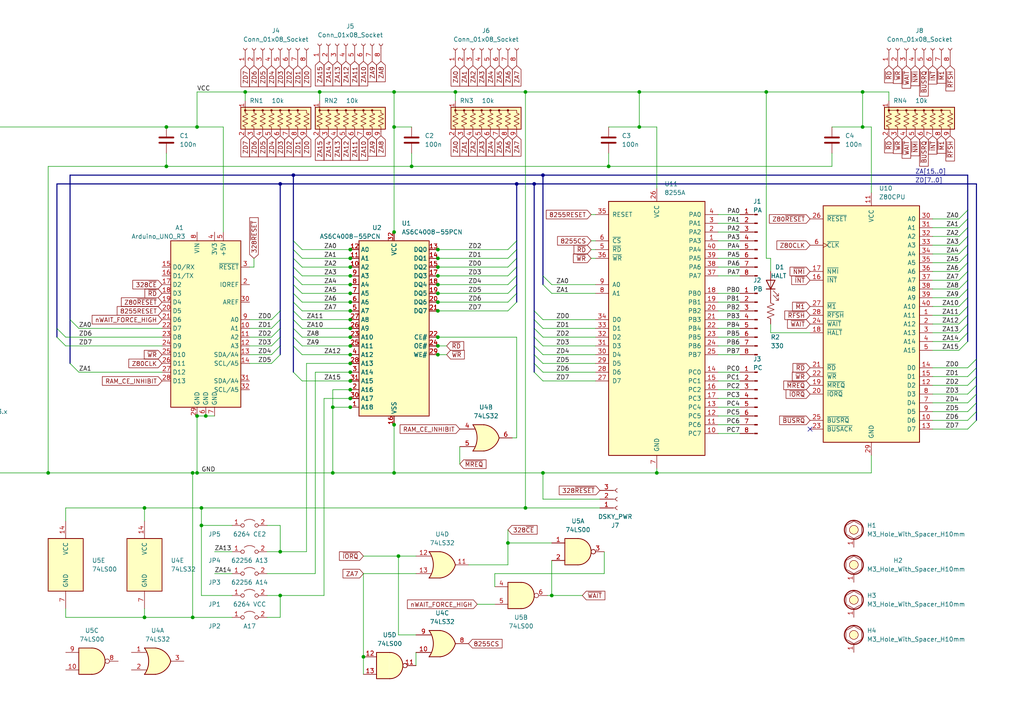
<source format=kicad_sch>
(kicad_sch (version 20230121) (generator eeschema)
  (paper "A4")
  (lib_symbols
    (symbol "74xx:74LS00" (pin_names (offset 1.016))
      (property "Reference" "U" (at 0 1.27 0))
      (property "Value" "74LS00" (at 0 -1.27 0))
      (symbol "74LS00_1_1"
        (pin input line (at -7.62 2.54 0) (length 3.81) (name "~") (number "1"))
        (pin input line (at -7.62 -2.54 0) (length 3.81) (name "~") (number "2"))
        (pin output inverted (at 7.62 0 180) (length 3.81) (name "~") (number "3"))
      )
      (symbol "74LS00_1_2"
        (pin input inverted (at -7.62 2.54 0) (length 4.318) (name "~") (number "1"))
        (pin input inverted (at -7.62 -2.54 0) (length 4.318) (name "~") (number "2"))
        (pin output line (at 7.62 0 180) (length 3.81) (name "~") (number "3"))
      )
      (symbol "74LS00_2_1"
        (pin input line (at -7.62 2.54 0) (length 3.81) (name "~") (number "4"))
        (pin input line (at -7.62 -2.54 0) (length 3.81) (name "~") (number "5"))
        (pin output inverted (at 7.62 0 180) (length 3.81) (name "~") (number "6"))
      )
      (symbol "74LS00_2_2"
        (pin input inverted (at -7.62 2.54 0) (length 4.318) (name "~") (number "4"))
        (pin input inverted (at -7.62 -2.54 0) (length 4.318) (name "~") (number "5"))
        (pin output line (at 7.62 0 180) (length 3.81) (name "~") (number "6"))
      )
      (symbol "74LS00_3_1"
        (pin input line (at -7.62 -2.54 0) (length 3.81) (name "~") (number "10"))
        (pin output inverted (at 7.62 0 180) (length 3.81) (name "~") (number "8"))
        (pin input line (at -7.62 2.54 0) (length 3.81) (name "~") (number "9"))
      )
      (symbol "74LS00_3_2"
        (pin input inverted (at -7.62 -2.54 0) (length 4.318) (name "~") (number "10"))
        (pin output line (at 7.62 0 180) (length 3.81) (name "~") (number "8"))
        (pin input inverted (at -7.62 2.54 0) (length 4.318) (name "~") (number "9"))
      )
      (symbol "74LS00_4_1"
        (pin output inverted (at 7.62 0 180) (length 3.81) (name "~") (number "11"))
        (pin input line (at -7.62 2.54 0) (length 3.81) (name "~") (number "12"))
        (pin input line (at -7.62 -2.54 0) (length 3.81) (name "~") (number "13"))
      )
      (symbol "74LS00_4_2"
        (pin output line (at 7.62 0 180) (length 3.81) (name "~") (number "11"))
        (pin input inverted (at -7.62 2.54 0) (length 4.318) (name "~") (number "12"))
        (pin input inverted (at -7.62 -2.54 0) (length 4.318) (name "~") (number "13"))
      )
      (symbol "74LS00_5_0"
        (pin power_in line (at 0 12.7 270) (length 5.08) (name "VCC") (number "14"))
        (pin power_in line (at 0 -12.7 90) (length 5.08) (name "GND") (number "7"))
      )
    )
    (symbol "74xx:74LS32" (pin_names (offset 1.016))
      (property "Reference" "U" (at 0 1.27 0))
      (property "Value" "74LS32" (at 0 -1.27 0))
      (symbol "74LS32_1_1"
        (pin input line (at -7.62 2.54 0) (length 4.318) (name "~") (number "1"))
        (pin input line (at -7.62 -2.54 0) (length 4.318) (name "~") (number "2"))
        (pin output line (at 7.62 0 180) (length 3.81) (name "~") (number "3"))
      )
      (symbol "74LS32_1_2"
        (pin input inverted (at -7.62 2.54 0) (length 3.81) (name "~") (number "1"))
        (pin input inverted (at -7.62 -2.54 0) (length 3.81) (name "~") (number "2"))
        (pin output inverted (at 7.62 0 180) (length 3.81) (name "~") (number "3"))
      )
      (symbol "74LS32_2_1"
        (pin input line (at -7.62 2.54 0) (length 4.318) (name "~") (number "4"))
        (pin input line (at -7.62 -2.54 0) (length 4.318) (name "~") (number "5"))
        (pin output line (at 7.62 0 180) (length 3.81) (name "~") (number "6"))
      )
      (symbol "74LS32_2_2"
        (pin input inverted (at -7.62 2.54 0) (length 3.81) (name "~") (number "4"))
        (pin input inverted (at -7.62 -2.54 0) (length 3.81) (name "~") (number "5"))
        (pin output inverted (at 7.62 0 180) (length 3.81) (name "~") (number "6"))
      )
      (symbol "74LS32_3_1"
        (pin input line (at -7.62 -2.54 0) (length 4.318) (name "~") (number "10"))
        (pin output line (at 7.62 0 180) (length 3.81) (name "~") (number "8"))
        (pin input line (at -7.62 2.54 0) (length 4.318) (name "~") (number "9"))
      )
      (symbol "74LS32_3_2"
        (pin input inverted (at -7.62 -2.54 0) (length 3.81) (name "~") (number "10"))
        (pin output inverted (at 7.62 0 180) (length 3.81) (name "~") (number "8"))
        (pin input inverted (at -7.62 2.54 0) (length 3.81) (name "~") (number "9"))
      )
      (symbol "74LS32_4_1"
        (pin output line (at 7.62 0 180) (length 3.81) (name "~") (number "11"))
        (pin input line (at -7.62 2.54 0) (length 4.318) (name "~") (number "12"))
        (pin input line (at -7.62 -2.54 0) (length 4.318) (name "~") (number "13"))
      )
      (symbol "74LS32_4_2"
        (pin output inverted (at 7.62 0 180) (length 3.81) (name "~") (number "11"))
        (pin input inverted (at -7.62 2.54 0) (length 3.81) (name "~") (number "12"))
        (pin input inverted (at -7.62 -2.54 0) (length 3.81) (name "~") (number "13"))
      )
      (symbol "74LS32_5_0"
        (pin power_in line (at 0 12.7 270) (length 5.08) (name "VCC") (number "14"))
        (pin power_in line (at 0 -12.7 90) (length 5.08) (name "GND") (number "7"))
      )
    )
    (symbol "CPU:Z80CPU" (pin_names (offset 1.016))
      (property "Reference" "U" (at -13.97 35.56 0))
      (property "Value" "Z80CPU" (at 6.35 35.56 0))
      (symbol "Z80CPU_1_1"
        (pin output line (at 17.78 2.54 180) (length 3.81) (name "A11") (number "1"))
        (pin bidirectional line (at 17.78 -27.94 180) (length 3.81) (name "D6") (number "10"))
        (pin power_in line (at 0 38.1 270) (length 3.81) (name "VCC") (number "11"))
        (pin bidirectional line (at 17.78 -17.78 180) (length 3.81) (name "D2") (number "12"))
        (pin bidirectional line (at 17.78 -30.48 180) (length 3.81) (name "D7") (number "13"))
        (pin bidirectional line (at 17.78 -12.7 180) (length 3.81) (name "D0") (number "14"))
        (pin bidirectional line (at 17.78 -15.24 180) (length 3.81) (name "D1") (number "15"))
        (pin input line (at -17.78 12.7 0) (length 3.81) (name "~{INT}") (number "16"))
        (pin input line (at -17.78 15.24 0) (length 3.81) (name "~{NMI}") (number "17"))
        (pin output line (at -17.78 -2.54 0) (length 3.81) (name "~{HALT}") (number "18"))
        (pin output line (at -17.78 -17.78 0) (length 3.81) (name "~{MREQ}") (number "19"))
        (pin output line (at 17.78 0 180) (length 3.81) (name "A12") (number "2"))
        (pin output line (at -17.78 -20.32 0) (length 3.81) (name "~{IORQ}") (number "20"))
        (pin output line (at -17.78 -12.7 0) (length 3.81) (name "~{RD}") (number "21"))
        (pin output line (at -17.78 -15.24 0) (length 3.81) (name "~{WR}") (number "22"))
        (pin output line (at -17.78 -30.48 0) (length 3.81) (name "~{BUSACK}") (number "23"))
        (pin input line (at -17.78 0 0) (length 3.81) (name "~{WAIT}") (number "24"))
        (pin input line (at -17.78 -27.94 0) (length 3.81) (name "~{BUSRQ}") (number "25"))
        (pin input line (at -17.78 30.48 0) (length 3.81) (name "~{RESET}") (number "26"))
        (pin output line (at -17.78 5.08 0) (length 3.81) (name "~{M1}") (number "27"))
        (pin output line (at -17.78 2.54 0) (length 3.81) (name "~{RFSH}") (number "28"))
        (pin power_in line (at 0 -38.1 90) (length 3.81) (name "GND") (number "29"))
        (pin output line (at 17.78 -2.54 180) (length 3.81) (name "A13") (number "3"))
        (pin output line (at 17.78 30.48 180) (length 3.81) (name "A0") (number "30"))
        (pin output line (at 17.78 27.94 180) (length 3.81) (name "A1") (number "31"))
        (pin output line (at 17.78 25.4 180) (length 3.81) (name "A2") (number "32"))
        (pin output line (at 17.78 22.86 180) (length 3.81) (name "A3") (number "33"))
        (pin output line (at 17.78 20.32 180) (length 3.81) (name "A4") (number "34"))
        (pin output line (at 17.78 17.78 180) (length 3.81) (name "A5") (number "35"))
        (pin output line (at 17.78 15.24 180) (length 3.81) (name "A6") (number "36"))
        (pin output line (at 17.78 12.7 180) (length 3.81) (name "A7") (number "37"))
        (pin output line (at 17.78 10.16 180) (length 3.81) (name "A8") (number "38"))
        (pin output line (at 17.78 7.62 180) (length 3.81) (name "A9") (number "39"))
        (pin output line (at 17.78 -5.08 180) (length 3.81) (name "A14") (number "4"))
        (pin output line (at 17.78 5.08 180) (length 3.81) (name "A10") (number "40"))
        (pin output line (at 17.78 -7.62 180) (length 3.81) (name "A15") (number "5"))
        (pin input clock (at -17.78 22.86 0) (length 3.81) (name "~{CLK}") (number "6"))
        (pin bidirectional line (at 17.78 -22.86 180) (length 3.81) (name "D4") (number "7"))
        (pin bidirectional line (at 17.78 -20.32 180) (length 3.81) (name "D3") (number "8"))
        (pin bidirectional line (at 17.78 -25.4 180) (length 3.81) (name "D5") (number "9"))
      )
    )
    (symbol "Connector:Conn_01x03_Socket" (pin_names (offset 1.016) hide)
      (property "Reference" "J" (at 0 5.08 0))
      (property "Value" "Conn_01x03_Socket" (at 0 -5.08 0))
      (symbol "Conn_01x03_Socket_1_1"
        (pin passive line (at -5.08 2.54 0) (length 3.81) (name "Pin_1") (number "1"))
        (pin passive line (at -5.08 0 0) (length 3.81) (name "Pin_2") (number "2"))
        (pin passive line (at -5.08 -2.54 0) (length 3.81) (name "Pin_3") (number "3"))
      )
    )
    (symbol "Connector:Conn_01x08_Pin" (pin_names (offset 1.016) hide)
      (property "Reference" "J" (at 0 10.16 0))
      (property "Value" "Conn_01x08_Pin" (at 0 -12.7 0))
      (symbol "Conn_01x08_Pin_1_1"
        (pin passive line (at 5.08 7.62 180) (length 3.81) (name "Pin_1") (number "1"))
        (pin passive line (at 5.08 5.08 180) (length 3.81) (name "Pin_2") (number "2"))
        (pin passive line (at 5.08 2.54 180) (length 3.81) (name "Pin_3") (number "3"))
        (pin passive line (at 5.08 0 180) (length 3.81) (name "Pin_4") (number "4"))
        (pin passive line (at 5.08 -2.54 180) (length 3.81) (name "Pin_5") (number "5"))
        (pin passive line (at 5.08 -5.08 180) (length 3.81) (name "Pin_6") (number "6"))
        (pin passive line (at 5.08 -7.62 180) (length 3.81) (name "Pin_7") (number "7"))
        (pin passive line (at 5.08 -10.16 180) (length 3.81) (name "Pin_8") (number "8"))
      )
    )
    (symbol "Connector:Conn_01x08_Socket" (pin_names (offset 1.016) hide)
      (property "Reference" "J" (at 0 10.16 0))
      (property "Value" "Conn_01x08_Socket" (at 0 -12.7 0))
      (symbol "Conn_01x08_Socket_1_1"
        (pin passive line (at -5.08 7.62 0) (length 3.81) (name "Pin_1") (number "1"))
        (pin passive line (at -5.08 5.08 0) (length 3.81) (name "Pin_2") (number "2"))
        (pin passive line (at -5.08 2.54 0) (length 3.81) (name "Pin_3") (number "3"))
        (pin passive line (at -5.08 0 0) (length 3.81) (name "Pin_4") (number "4"))
        (pin passive line (at -5.08 -2.54 0) (length 3.81) (name "Pin_5") (number "5"))
        (pin passive line (at -5.08 -5.08 0) (length 3.81) (name "Pin_6") (number "6"))
        (pin passive line (at -5.08 -7.62 0) (length 3.81) (name "Pin_7") (number "7"))
        (pin passive line (at -5.08 -10.16 0) (length 3.81) (name "Pin_8") (number "8"))
      )
    )
    (symbol "Device:C" (pin_numbers hide) (pin_names (offset 0.254))
      (property "Reference" "C" (at 0.635 2.54 0))
      (property "Value" "C" (at 0.635 -2.54 0))
      (symbol "C_1_1"
        (pin passive line (at 0 3.81 270) (length 2.794) (name "~") (number "1"))
        (pin passive line (at 0 -3.81 90) (length 2.794) (name "~") (number "2"))
      )
    )
    (symbol "Device:LED" (pin_numbers hide) (pin_names (offset 1.016) hide)
      (property "Reference" "D" (at 0 2.54 0))
      (property "Value" "LED" (at 0 -2.54 0))
      (symbol "LED_1_1"
        (pin passive line (at -3.81 0 0) (length 2.54) (name "K") (number "1"))
        (pin passive line (at 3.81 0 180) (length 2.54) (name "A") (number "2"))
      )
    )
    (symbol "Device:R_Network08_US" (pin_names (offset 0) hide)
      (property "Reference" "RN" (at -12.7 0 90))
      (property "Value" "R_Network08_US" (at 10.16 0 90))
      (symbol "R_Network08_US_1_1"
        (pin passive line (at -10.16 5.08 270) (length 2.54) (name "common") (number "1"))
        (pin passive line (at -10.16 -5.08 90) (length 1.27) (name "R1") (number "2"))
        (pin passive line (at -7.62 -5.08 90) (length 1.27) (name "R2") (number "3"))
        (pin passive line (at -5.08 -5.08 90) (length 1.27) (name "R3") (number "4"))
        (pin passive line (at -2.54 -5.08 90) (length 1.27) (name "R4") (number "5"))
        (pin passive line (at 0 -5.08 90) (length 1.27) (name "R5") (number "6"))
        (pin passive line (at 2.54 -5.08 90) (length 1.27) (name "R6") (number "7"))
        (pin passive line (at 5.08 -5.08 90) (length 1.27) (name "R7") (number "8"))
        (pin passive line (at 7.62 -5.08 90) (length 1.27) (name "R8") (number "9"))
      )
    )
    (symbol "Device:R_US" (pin_numbers hide) (pin_names (offset 0))
      (property "Reference" "R" (at 2.54 0 90))
      (property "Value" "R_US" (at -2.54 0 90))
      (symbol "R_US_1_1"
        (pin passive line (at 0 3.81 270) (length 1.27) (name "~") (number "1"))
        (pin passive line (at 0 -3.81 90) (length 1.27) (name "~") (number "2"))
      )
    )
    (symbol "Interface:8255A" (pin_names (offset 1.016))
      (property "Reference" "U" (at -13.97 38.1 0))
      (property "Value" "8255A" (at 8.89 38.1 0))
      (symbol "8255A_1_1"
        (pin bidirectional line (at 17.78 25.4 180) (length 3.81) (name "PA3") (number "1"))
        (pin bidirectional line (at 17.78 -30.48 180) (length 3.81) (name "PC7") (number "10"))
        (pin bidirectional line (at 17.78 -27.94 180) (length 3.81) (name "PC6") (number "11"))
        (pin bidirectional line (at 17.78 -25.4 180) (length 3.81) (name "PC5") (number "12"))
        (pin bidirectional line (at 17.78 -22.86 180) (length 3.81) (name "PC4") (number "13"))
        (pin bidirectional line (at 17.78 -12.7 180) (length 3.81) (name "PC0") (number "14"))
        (pin bidirectional line (at 17.78 -15.24 180) (length 3.81) (name "PC1") (number "15"))
        (pin bidirectional line (at 17.78 -17.78 180) (length 3.81) (name "PC2") (number "16"))
        (pin bidirectional line (at 17.78 -20.32 180) (length 3.81) (name "PC3") (number "17"))
        (pin bidirectional line (at 17.78 10.16 180) (length 3.81) (name "PB0") (number "18"))
        (pin bidirectional line (at 17.78 7.62 180) (length 3.81) (name "PB1") (number "19"))
        (pin bidirectional line (at 17.78 27.94 180) (length 3.81) (name "PA2") (number "2"))
        (pin bidirectional line (at 17.78 5.08 180) (length 3.81) (name "PB2") (number "20"))
        (pin bidirectional line (at 17.78 2.54 180) (length 3.81) (name "PB3") (number "21"))
        (pin bidirectional line (at 17.78 0 180) (length 3.81) (name "PB4") (number "22"))
        (pin bidirectional line (at 17.78 -2.54 180) (length 3.81) (name "PB5") (number "23"))
        (pin bidirectional line (at 17.78 -5.08 180) (length 3.81) (name "PB6") (number "24"))
        (pin bidirectional line (at 17.78 -7.62 180) (length 3.81) (name "PB7") (number "25"))
        (pin power_in line (at 0 40.64 270) (length 3.81) (name "VCC") (number "26"))
        (pin bidirectional line (at -17.78 -15.24 0) (length 3.81) (name "D7") (number "27"))
        (pin bidirectional line (at -17.78 -12.7 0) (length 3.81) (name "D6") (number "28"))
        (pin bidirectional line (at -17.78 -10.16 0) (length 3.81) (name "D5") (number "29"))
        (pin bidirectional line (at 17.78 30.48 180) (length 3.81) (name "PA1") (number "3"))
        (pin bidirectional line (at -17.78 -7.62 0) (length 3.81) (name "D4") (number "30"))
        (pin bidirectional line (at -17.78 -5.08 0) (length 3.81) (name "D3") (number "31"))
        (pin bidirectional line (at -17.78 -2.54 0) (length 3.81) (name "D2") (number "32"))
        (pin bidirectional line (at -17.78 0 0) (length 3.81) (name "D1") (number "33"))
        (pin bidirectional line (at -17.78 2.54 0) (length 3.81) (name "D0") (number "34"))
        (pin input line (at -17.78 33.02 0) (length 3.81) (name "RESET") (number "35"))
        (pin input line (at -17.78 20.32 0) (length 3.81) (name "~{WR}") (number "36"))
        (pin bidirectional line (at 17.78 15.24 180) (length 3.81) (name "PA7") (number "37"))
        (pin bidirectional line (at 17.78 17.78 180) (length 3.81) (name "PA6") (number "38"))
        (pin bidirectional line (at 17.78 20.32 180) (length 3.81) (name "PA5") (number "39"))
        (pin bidirectional line (at 17.78 33.02 180) (length 3.81) (name "PA0") (number "4"))
        (pin bidirectional line (at 17.78 22.86 180) (length 3.81) (name "PA4") (number "40"))
        (pin input line (at -17.78 22.86 0) (length 3.81) (name "~{RD}") (number "5"))
        (pin input line (at -17.78 25.4 0) (length 3.81) (name "~{CS}") (number "6"))
        (pin power_in line (at 0 -40.64 90) (length 3.81) (name "GND") (number "7"))
        (pin input line (at -17.78 10.16 0) (length 3.81) (name "A1") (number "8"))
        (pin input line (at -17.78 12.7 0) (length 3.81) (name "A0") (number "9"))
      )
    )
    (symbol "Jumper:Jumper_2_Open" (pin_names (offset 0) hide)
      (property "Reference" "JP" (at 0 2.794 0))
      (property "Value" "Jumper_2_Open" (at 0 -2.286 0))
      (symbol "Jumper_2_Open_1_1"
        (pin passive line (at -5.08 0 0) (length 2.54) (name "A") (number "1"))
        (pin passive line (at 5.08 0 180) (length 2.54) (name "B") (number "2"))
      )
    )
    (symbol "MCU_Module:Arduino_Nano_v3.x"
      (property "Reference" "A" (at -10.16 23.495 0))
      (property "Value" "Arduino_Nano_v3.x" (at 5.08 -24.13 0))
      (symbol "Arduino_Nano_v3.x_1_1"
        (pin bidirectional line (at -12.7 12.7 0) (length 2.54) (name "D1/TX") (number "1"))
        (pin bidirectional line (at -12.7 -2.54 0) (length 2.54) (name "D7") (number "10"))
        (pin bidirectional line (at -12.7 -5.08 0) (length 2.54) (name "D8") (number "11"))
        (pin bidirectional line (at -12.7 -7.62 0) (length 2.54) (name "D9") (number "12"))
        (pin bidirectional line (at -12.7 -10.16 0) (length 2.54) (name "D10") (number "13"))
        (pin bidirectional line (at -12.7 -12.7 0) (length 2.54) (name "D11") (number "14"))
        (pin bidirectional line (at -12.7 -15.24 0) (length 2.54) (name "D12") (number "15"))
        (pin bidirectional line (at -12.7 -17.78 0) (length 2.54) (name "D13") (number "16"))
        (pin power_out line (at 2.54 25.4 270) (length 2.54) (name "3V3") (number "17"))
        (pin input line (at 12.7 5.08 180) (length 2.54) (name "AREF") (number "18"))
        (pin bidirectional line (at 12.7 0 180) (length 2.54) (name "A0") (number "19"))
        (pin bidirectional line (at -12.7 15.24 0) (length 2.54) (name "D0/RX") (number "2"))
        (pin bidirectional line (at 12.7 -2.54 180) (length 2.54) (name "A1") (number "20"))
        (pin bidirectional line (at 12.7 -5.08 180) (length 2.54) (name "A2") (number "21"))
        (pin bidirectional line (at 12.7 -7.62 180) (length 2.54) (name "A3") (number "22"))
        (pin bidirectional line (at 12.7 -10.16 180) (length 2.54) (name "A4") (number "23"))
        (pin bidirectional line (at 12.7 -12.7 180) (length 2.54) (name "A5") (number "24"))
        (pin bidirectional line (at 12.7 -15.24 180) (length 2.54) (name "A6") (number "25"))
        (pin bidirectional line (at 12.7 -17.78 180) (length 2.54) (name "A7") (number "26"))
        (pin power_out line (at 5.08 25.4 270) (length 2.54) (name "+5V") (number "27"))
        (pin input line (at 12.7 15.24 180) (length 2.54) (name "~{RESET}") (number "28"))
        (pin power_in line (at 2.54 -25.4 90) (length 2.54) (name "GND") (number "29"))
        (pin input line (at 12.7 12.7 180) (length 2.54) (name "~{RESET}") (number "3"))
        (pin power_in line (at -2.54 25.4 270) (length 2.54) (name "VIN") (number "30"))
        (pin power_in line (at 0 -25.4 90) (length 2.54) (name "GND") (number "4"))
        (pin bidirectional line (at -12.7 10.16 0) (length 2.54) (name "D2") (number "5"))
        (pin bidirectional line (at -12.7 7.62 0) (length 2.54) (name "D3") (number "6"))
        (pin bidirectional line (at -12.7 5.08 0) (length 2.54) (name "D4") (number "7"))
        (pin bidirectional line (at -12.7 2.54 0) (length 2.54) (name "D5") (number "8"))
        (pin bidirectional line (at -12.7 0 0) (length 2.54) (name "D6") (number "9"))
      )
    )
    (symbol "MCU_Module:Arduino_UNO_R3"
      (property "Reference" "A" (at -10.16 23.495 0))
      (property "Value" "Arduino_UNO_R3" (at 5.08 -26.67 0))
      (symbol "Arduino_UNO_R3_1_1"
        (pin no_connect line (at -10.16 -20.32 0) (length 2.54) hide (name "NC") (number "1"))
        (pin bidirectional line (at 12.7 -2.54 180) (length 2.54) (name "A1") (number "10"))
        (pin bidirectional line (at 12.7 -5.08 180) (length 2.54) (name "A2") (number "11"))
        (pin bidirectional line (at 12.7 -7.62 180) (length 2.54) (name "A3") (number "12"))
        (pin bidirectional line (at 12.7 -10.16 180) (length 2.54) (name "SDA/A4") (number "13"))
        (pin bidirectional line (at 12.7 -12.7 180) (length 2.54) (name "SCL/A5") (number "14"))
        (pin bidirectional line (at -12.7 15.24 0) (length 2.54) (name "D0/RX") (number "15"))
        (pin bidirectional line (at -12.7 12.7 0) (length 2.54) (name "D1/TX") (number "16"))
        (pin bidirectional line (at -12.7 10.16 0) (length 2.54) (name "D2") (number "17"))
        (pin bidirectional line (at -12.7 7.62 0) (length 2.54) (name "D3") (number "18"))
        (pin bidirectional line (at -12.7 5.08 0) (length 2.54) (name "D4") (number "19"))
        (pin output line (at 12.7 10.16 180) (length 2.54) (name "IOREF") (number "2"))
        (pin bidirectional line (at -12.7 2.54 0) (length 2.54) (name "D5") (number "20"))
        (pin bidirectional line (at -12.7 0 0) (length 2.54) (name "D6") (number "21"))
        (pin bidirectional line (at -12.7 -2.54 0) (length 2.54) (name "D7") (number "22"))
        (pin bidirectional line (at -12.7 -5.08 0) (length 2.54) (name "D8") (number "23"))
        (pin bidirectional line (at -12.7 -7.62 0) (length 2.54) (name "D9") (number "24"))
        (pin bidirectional line (at -12.7 -10.16 0) (length 2.54) (name "D10") (number "25"))
        (pin bidirectional line (at -12.7 -12.7 0) (length 2.54) (name "D11") (number "26"))
        (pin bidirectional line (at -12.7 -15.24 0) (length 2.54) (name "D12") (number "27"))
        (pin bidirectional line (at -12.7 -17.78 0) (length 2.54) (name "D13") (number "28"))
        (pin power_in line (at -2.54 -27.94 90) (length 2.54) (name "GND") (number "29"))
        (pin input line (at 12.7 15.24 180) (length 2.54) (name "~{RESET}") (number "3"))
        (pin input line (at 12.7 5.08 180) (length 2.54) (name "AREF") (number "30"))
        (pin bidirectional line (at 12.7 -17.78 180) (length 2.54) (name "SDA/A4") (number "31"))
        (pin bidirectional line (at 12.7 -20.32 180) (length 2.54) (name "SCL/A5") (number "32"))
        (pin power_out line (at 2.54 25.4 270) (length 2.54) (name "3V3") (number "4"))
        (pin power_out line (at 5.08 25.4 270) (length 2.54) (name "+5V") (number "5"))
        (pin power_in line (at 0 -27.94 90) (length 2.54) (name "GND") (number "6"))
        (pin power_in line (at 2.54 -27.94 90) (length 2.54) (name "GND") (number "7"))
        (pin power_in line (at -2.54 25.4 270) (length 2.54) (name "VIN") (number "8"))
        (pin bidirectional line (at 12.7 0 180) (length 2.54) (name "A0") (number "9"))
      )
    )
    (symbol "Memory_RAM:AS6C4008-55PCN"
      (property "Reference" "U" (at -10.16 26.035 0))
      (property "Value" "AS6C4008-55PCN" (at 2.54 26.035 0))
      (symbol "AS6C4008-55PCN_0_0"
        (pin power_in line (at 0 -27.94 90) (length 2.54) (name "VSS") (number "16"))
        (pin power_in line (at 0 27.94 270) (length 2.54) (name "VCC") (number "32"))
      )
      (symbol "AS6C4008-55PCN_1_1"
        (pin input line (at -12.7 -22.86 0) (length 2.54) (name "A18") (number "1"))
        (pin input line (at -12.7 17.78 0) (length 2.54) (name "A2") (number "10"))
        (pin input line (at -12.7 20.32 0) (length 2.54) (name "A1") (number "11"))
        (pin input line (at -12.7 22.86 0) (length 2.54) (name "A0") (number "12"))
        (pin tri_state line (at 12.7 22.86 180) (length 2.54) (name "DQ0") (number "13"))
        (pin tri_state line (at 12.7 20.32 180) (length 2.54) (name "DQ1") (number "14"))
        (pin tri_state line (at 12.7 17.78 180) (length 2.54) (name "DQ2") (number "15"))
        (pin tri_state line (at 12.7 15.24 180) (length 2.54) (name "DQ3") (number "17"))
        (pin tri_state line (at 12.7 12.7 180) (length 2.54) (name "DQ4") (number "18"))
        (pin tri_state line (at 12.7 10.16 180) (length 2.54) (name "DQ5") (number "19"))
        (pin input line (at -12.7 -17.78 0) (length 2.54) (name "A16") (number "2"))
        (pin tri_state line (at 12.7 7.62 180) (length 2.54) (name "DQ6") (number "20"))
        (pin tri_state line (at 12.7 5.08 180) (length 2.54) (name "DQ7") (number "21"))
        (pin input line (at 12.7 -2.54 180) (length 2.54) (name "CE#") (number "22"))
        (pin input line (at -12.7 -2.54 0) (length 2.54) (name "A10") (number "23"))
        (pin input line (at 12.7 -5.08 180) (length 2.54) (name "OE#") (number "24"))
        (pin input line (at -12.7 -5.08 0) (length 2.54) (name "A11") (number "25"))
        (pin input line (at -12.7 0 0) (length 2.54) (name "A9") (number "26"))
        (pin input line (at -12.7 2.54 0) (length 2.54) (name "A8") (number "27"))
        (pin input line (at -12.7 -10.16 0) (length 2.54) (name "A13") (number "28"))
        (pin input line (at 12.7 -7.62 180) (length 2.54) (name "WE#") (number "29"))
        (pin input line (at -12.7 -12.7 0) (length 2.54) (name "A14") (number "3"))
        (pin input line (at -12.7 -20.32 0) (length 2.54) (name "A17") (number "30"))
        (pin input line (at -12.7 -15.24 0) (length 2.54) (name "A15") (number "31"))
        (pin input line (at -12.7 -7.62 0) (length 2.54) (name "A12") (number "4"))
        (pin input line (at -12.7 5.08 0) (length 2.54) (name "A7") (number "5"))
        (pin input line (at -12.7 7.62 0) (length 2.54) (name "A6") (number "6"))
        (pin input line (at -12.7 10.16 0) (length 2.54) (name "A5") (number "7"))
        (pin input line (at -12.7 12.7 0) (length 2.54) (name "A4") (number "8"))
        (pin input line (at -12.7 15.24 0) (length 2.54) (name "A3") (number "9"))
      )
    )
    (symbol "PCM_SL_Mechanical:M3_Hole_With_Spacer_H10mm"
      (property "Reference" "H" (at 0 7.62 0))
      (property "Value" "M3_Hole_With_Spacer_H10mm" (at 0 5.08 0))
      (symbol "M3_Hole_With_Spacer_H10mm_1_1"
        (pin passive line (at 0 -5.08 90) (length 2.54) (name "") (number "1"))
      )
    )
  )
  (junction (at 96.52 137.16))
  (junction (at 132.08 26.67))
  (junction (at 101.6 90.17))
  (junction (at 57.15 36.83))
  (junction (at 13.97 137.16))
  (junction (at 157.48 137.16))
  (junction (at 185.42 26.67))
  (junction (at 119.38 48.26))
  (junction (at 114.3 26.67))
  (junction (at 147.32 157.48))
  (junction (at 101.6 118.11))
  (junction (at 176.53 48.26))
  (junction (at 101.6 102.87))
  (junction (at 48.26 48.26))
  (junction (at 101.6 113.03))
  (junction (at 101.6 80.01))
  (junction (at 58.42 147.32))
  (junction (at 101.6 74.93))
  (junction (at 101.6 97.79))
  (junction (at 250.19 36.83))
  (junction (at 71.12 26.67))
  (junction (at 222.25 26.67))
  (junction (at 152.4 26.67))
  (junction (at 114.3 67.31))
  (junction (at 101.6 107.95))
  (junction (at 127 97.79))
  (junction (at 101.6 105.41))
  (junction (at 41.91 179.07))
  (junction (at 127 102.87))
  (junction (at 101.6 115.57))
  (junction (at 114.3 137.16))
  (junction (at 127 77.47))
  (junction (at 101.6 92.71))
  (junction (at 127 80.01))
  (junction (at 57.15 120.65))
  (junction (at 55.88 137.16))
  (junction (at 185.42 36.83))
  (junction (at 127 90.17))
  (junction (at 154.94 53.34))
  (junction (at 59.69 120.65))
  (junction (at 41.91 147.32))
  (junction (at 57.15 137.16))
  (junction (at 96.52 118.11))
  (junction (at 152.4 147.32))
  (junction (at 101.6 82.55))
  (junction (at 55.88 179.07))
  (junction (at 127 82.55))
  (junction (at 127 100.33))
  (junction (at 190.5 137.16))
  (junction (at 101.6 87.63))
  (junction (at 48.26 36.83))
  (junction (at -17.78 116.84))
  (junction (at 101.6 100.33))
  (junction (at 81.28 53.34))
  (junction (at 114.3 123.19))
  (junction (at 160.02 172.72))
  (junction (at 149.86 53.34))
  (junction (at 105.41 190.5))
  (junction (at 101.6 85.09))
  (junction (at 81.28 160.02))
  (junction (at 250.19 26.67))
  (junction (at 115.57 161.29))
  (junction (at 58.42 152.4))
  (junction (at 114.3 36.83))
  (junction (at 127 72.39))
  (junction (at 127 74.93))
  (junction (at 85.09 50.8))
  (junction (at 127 87.63))
  (junction (at 92.71 26.67))
  (junction (at 101.6 110.49))
  (junction (at 101.6 77.47))
  (junction (at 127 85.09))
  (junction (at 101.6 72.39))
  (junction (at 101.6 95.25))
  (junction (at 157.48 50.8))
  (junction (at 81.28 172.72))
  (no_connect (at 234.95 124.46))
  (bus_entry (at 278.13 93.98) (size 2.54 -2.54))
  (bus_entry (at 87.63 72.39) (size -2.54 -2.54))
  (bus_entry (at 280.67 106.68) (size 2.54 -2.54))
  (bus_entry (at 87.63 85.09) (size -2.54 -2.54))
  (bus_entry (at 87.63 95.25) (size -2.54 -2.54))
  (bus_entry (at 157.48 92.71) (size -2.54 -2.54))
  (bus_entry (at 157.48 95.25) (size -2.54 -2.54))
  (bus_entry (at 278.13 91.44) (size 2.54 -2.54))
  (bus_entry (at 157.48 105.41) (size -2.54 -2.54))
  (bus_entry (at 278.13 78.74) (size 2.54 -2.54))
  (bus_entry (at 278.13 96.52) (size 2.54 -2.54))
  (bus_entry (at 78.74 92.71) (size 2.54 -2.54))
  (bus_entry (at 87.63 102.87) (size -2.54 -2.54))
  (bus_entry (at 87.63 74.93) (size -2.54 -2.54))
  (bus_entry (at 280.67 109.22) (size 2.54 -2.54))
  (bus_entry (at 278.13 81.28) (size 2.54 -2.54))
  (bus_entry (at 278.13 99.06) (size 2.54 -2.54))
  (bus_entry (at 78.74 105.41) (size 2.54 -2.54))
  (bus_entry (at 280.67 124.46) (size 2.54 -2.54))
  (bus_entry (at 278.13 76.2) (size 2.54 -2.54))
  (bus_entry (at 278.13 66.04) (size 2.54 -2.54))
  (bus_entry (at 87.63 82.55) (size -2.54 -2.54))
  (bus_entry (at 87.63 90.17) (size -2.54 -2.54))
  (bus_entry (at 278.13 68.58) (size 2.54 -2.54))
  (bus_entry (at 278.13 101.6) (size 2.54 -2.54))
  (bus_entry (at 19.05 97.79) (size -2.54 -2.54))
  (bus_entry (at 147.32 74.93) (size 2.54 -2.54))
  (bus_entry (at 157.48 97.79) (size -2.54 -2.54))
  (bus_entry (at 78.74 100.33) (size 2.54 -2.54))
  (bus_entry (at 160.02 82.55) (size -2.54 -2.54))
  (bus_entry (at 20.32 105.41) (size 2.54 2.54))
  (bus_entry (at 280.67 114.3) (size 2.54 -2.54))
  (bus_entry (at 160.02 85.09) (size -2.54 -2.54))
  (bus_entry (at 147.32 85.09) (size 2.54 -2.54))
  (bus_entry (at 147.32 77.47) (size 2.54 -2.54))
  (bus_entry (at 20.32 92.71) (size 2.54 2.54))
  (bus_entry (at 78.74 95.25) (size 2.54 -2.54))
  (bus_entry (at 280.67 121.92) (size 2.54 -2.54))
  (bus_entry (at 278.13 83.82) (size 2.54 -2.54))
  (bus_entry (at 280.67 119.38) (size 2.54 -2.54))
  (bus_entry (at 147.32 87.63) (size 2.54 -2.54))
  (bus_entry (at 147.32 82.55) (size 2.54 -2.54))
  (bus_entry (at 157.48 100.33) (size -2.54 -2.54))
  (bus_entry (at 278.13 63.5) (size 2.54 -2.54))
  (bus_entry (at 147.32 90.17) (size 2.54 -2.54))
  (bus_entry (at 19.05 100.33) (size -2.54 -2.54))
  (bus_entry (at 87.63 110.49) (size -2.54 -2.54))
  (bus_entry (at 87.63 87.63) (size -2.54 -2.54))
  (bus_entry (at 278.13 71.12) (size 2.54 -2.54))
  (bus_entry (at 157.48 110.49) (size -2.54 -2.54))
  (bus_entry (at 147.32 80.01) (size 2.54 -2.54))
  (bus_entry (at 157.48 102.87) (size -2.54 -2.54))
  (bus_entry (at 278.13 88.9) (size 2.54 -2.54))
  (bus_entry (at 87.63 92.71) (size -2.54 -2.54))
  (bus_entry (at 87.63 77.47) (size -2.54 -2.54))
  (bus_entry (at 278.13 73.66) (size 2.54 -2.54))
  (bus_entry (at 87.63 100.33) (size -2.54 -2.54))
  (bus_entry (at 87.63 80.01) (size -2.54 -2.54))
  (bus_entry (at 87.63 97.79) (size -2.54 -2.54))
  (bus_entry (at 157.48 107.95) (size -2.54 -2.54))
  (bus_entry (at 280.67 111.76) (size 2.54 -2.54))
  (bus_entry (at 280.67 116.84) (size 2.54 -2.54))
  (bus_entry (at 278.13 86.36) (size 2.54 -2.54))
  (bus_entry (at 78.74 102.87) (size 2.54 -2.54))
  (bus_entry (at 147.32 72.39) (size 2.54 -2.54))
  (bus_entry (at 78.74 97.79) (size 2.54 -2.54))
  (wire (pts (xy 214.63 100.33) (xy 208.28 100.33)))
  (bus (pts (xy 280.67 68.58) (xy 280.67 71.12)))
  (wire (pts (xy 81.28 172.72) (xy 81.28 179.07)))
  (wire (pts (xy 208.28 77.47) (xy 214.63 77.47)))
  (wire (pts (xy 114.3 137.16) (xy 157.48 137.16)))
  (wire (pts (xy 250.19 36.83) (xy 250.19 26.67)))
  (wire (pts (xy 57.15 120.65) (xy 57.15 137.16)))
  (bus (pts (xy 280.67 66.04) (xy 280.67 68.58)))
  (wire (pts (xy 48.26 36.83) (xy -15.24 36.83)))
  (wire (pts (xy 22.86 107.95) (xy 46.99 107.95)))
  (bus (pts (xy 283.21 106.68) (xy 283.21 104.14)))
  (wire (pts (xy 157.48 100.33) (xy 172.72 100.33)))
  (wire (pts (xy 157.48 95.25) (xy 172.72 95.25)))
  (wire (pts (xy 55.88 137.16) (xy 55.88 179.07)))
  (wire (pts (xy 58.42 172.72) (xy 67.31 172.72)))
  (bus (pts (xy 280.67 91.44) (xy 280.67 93.98)))
  (wire (pts (xy 160.02 172.72) (xy 160.02 162.56)))
  (wire (pts (xy 19.05 179.07) (xy 19.05 176.53)))
  (bus (pts (xy 280.67 96.52) (xy 280.67 99.06)))
  (wire (pts (xy 280.67 114.3) (xy 270.51 114.3)))
  (wire (pts (xy 59.69 120.65) (xy 62.23 120.65)))
  (wire (pts (xy 132.08 26.67) (xy 152.4 26.67)))
  (wire (pts (xy 92.71 29.21) (xy 92.71 26.67)))
  (wire (pts (xy 114.3 36.83) (xy 114.3 26.67)))
  (wire (pts (xy 19.05 147.32) (xy 19.05 151.13)))
  (bus (pts (xy 154.94 53.34) (xy 154.94 90.17)))
  (wire (pts (xy 257.81 29.21) (xy 257.81 26.67)))
  (wire (pts (xy 278.13 66.04) (xy 270.51 66.04)))
  (wire (pts (xy 87.63 85.09) (xy 101.6 85.09)))
  (wire (pts (xy 58.42 147.32) (xy 58.42 152.4)))
  (bus (pts (xy 16.51 53.34) (xy 16.51 95.25)))
  (wire (pts (xy 114.3 26.67) (xy 132.08 26.67)))
  (wire (pts (xy 114.3 36.83) (xy 114.3 67.31)))
  (bus (pts (xy 16.51 95.25) (xy 16.51 97.79)))
  (wire (pts (xy 278.13 101.6) (xy 270.51 101.6)))
  (bus (pts (xy 280.67 83.82) (xy 280.67 86.36)))
  (bus (pts (xy 85.09 74.93) (xy 85.09 72.39)))
  (wire (pts (xy 132.08 29.21) (xy 132.08 26.67)))
  (bus (pts (xy 85.09 80.01) (xy 85.09 77.47)))
  (bus (pts (xy 149.86 77.47) (xy 149.86 74.93)))
  (wire (pts (xy 114.3 123.19) (xy 114.3 137.16)))
  (wire (pts (xy 88.9 160.02) (xy 81.28 160.02)))
  (wire (pts (xy 127 90.17) (xy 147.32 90.17)))
  (wire (pts (xy 208.28 72.39) (xy 214.63 72.39)))
  (wire (pts (xy 185.42 36.83) (xy 185.42 26.67)))
  (bus (pts (xy 283.21 116.84) (xy 283.21 114.3)))
  (wire (pts (xy 115.57 161.29) (xy 120.65 161.29)))
  (wire (pts (xy 62.23 160.02) (xy 67.31 160.02)))
  (wire (pts (xy 87.63 100.33) (xy 101.6 100.33)))
  (wire (pts (xy 81.28 152.4) (xy 77.47 152.4)))
  (wire (pts (xy 214.63 120.65) (xy 208.28 120.65)))
  (wire (pts (xy 57.15 120.65) (xy 59.69 120.65)))
  (wire (pts (xy 214.63 123.19) (xy 208.28 123.19)))
  (bus (pts (xy 280.67 78.74) (xy 280.67 81.28)))
  (wire (pts (xy 160.02 172.72) (xy 168.91 172.72)))
  (wire (pts (xy 278.13 83.82) (xy 270.51 83.82)))
  (bus (pts (xy 154.94 107.95) (xy 154.94 105.41)))
  (wire (pts (xy 19.05 179.07) (xy 41.91 179.07)))
  (wire (pts (xy 87.63 110.49) (xy 101.6 110.49)))
  (bus (pts (xy 280.67 81.28) (xy 280.67 83.82)))
  (wire (pts (xy 147.32 157.48) (xy 147.32 163.83)))
  (wire (pts (xy 157.48 92.71) (xy 172.72 92.71)))
  (wire (pts (xy 120.65 166.37) (xy 105.41 166.37)))
  (wire (pts (xy 87.63 92.71) (xy 101.6 92.71)))
  (bus (pts (xy 85.09 97.79) (xy 85.09 95.25)))
  (wire (pts (xy 127 77.47) (xy 147.32 77.47)))
  (wire (pts (xy 73.66 77.47) (xy 72.39 77.47)))
  (wire (pts (xy 41.91 179.07) (xy 55.88 179.07)))
  (wire (pts (xy 252.73 36.83) (xy 252.73 55.88)))
  (wire (pts (xy 222.25 26.67) (xy 222.25 74.93)))
  (wire (pts (xy 278.13 96.52) (xy 270.51 96.52)))
  (wire (pts (xy 135.89 163.83) (xy 147.32 163.83)))
  (wire (pts (xy 71.12 26.67) (xy 71.12 29.21)))
  (bus (pts (xy 85.09 90.17) (xy 85.09 87.63)))
  (wire (pts (xy 149.86 97.79) (xy 149.86 127)))
  (wire (pts (xy 78.74 105.41) (xy 72.39 105.41)))
  (wire (pts (xy 157.48 97.79) (xy 172.72 97.79)))
  (wire (pts (xy 172.72 74.93) (xy 171.45 74.93)))
  (wire (pts (xy 55.88 179.07) (xy 67.31 179.07)))
  (wire (pts (xy 92.71 26.67) (xy 114.3 26.67)))
  (wire (pts (xy 223.52 93.98) (xy 223.52 96.52)))
  (wire (pts (xy 147.32 153.67) (xy 147.32 157.48)))
  (wire (pts (xy 143.51 170.18) (xy 143.51 166.37)))
  (bus (pts (xy 280.67 76.2) (xy 280.67 78.74)))
  (wire (pts (xy 214.63 118.11) (xy 208.28 118.11)))
  (wire (pts (xy 278.13 73.66) (xy 270.51 73.66)))
  (bus (pts (xy 149.86 53.34) (xy 154.94 53.34)))
  (wire (pts (xy 127 97.79) (xy 149.86 97.79)))
  (wire (pts (xy 173.99 147.32) (xy 152.4 147.32)))
  (wire (pts (xy 257.81 26.67) (xy 250.19 26.67)))
  (wire (pts (xy 73.66 74.93) (xy 73.66 77.47)))
  (bus (pts (xy 283.21 109.22) (xy 283.21 106.68)))
  (wire (pts (xy 278.13 93.98) (xy 270.51 93.98)))
  (wire (pts (xy 208.28 110.49) (xy 214.63 110.49)))
  (wire (pts (xy 55.88 137.16) (xy 57.15 137.16)))
  (bus (pts (xy 149.86 87.63) (xy 149.86 85.09)))
  (wire (pts (xy 87.63 90.17) (xy 101.6 90.17)))
  (bus (pts (xy 81.28 102.87) (xy 81.28 100.33)))
  (wire (pts (xy 152.4 26.67) (xy 152.4 147.32)))
  (wire (pts (xy 13.97 137.16) (xy -17.78 137.16)))
  (wire (pts (xy 96.52 137.16) (xy 114.3 137.16)))
  (bus (pts (xy 149.86 85.09) (xy 149.86 82.55)))
  (wire (pts (xy 278.13 63.5) (xy 270.51 63.5)))
  (wire (pts (xy 64.77 36.83) (xy 64.77 67.31)))
  (wire (pts (xy 48.26 48.26) (xy 48.26 44.45)))
  (wire (pts (xy 91.44 166.37) (xy 77.47 166.37)))
  (bus (pts (xy 280.67 73.66) (xy 280.67 76.2)))
  (wire (pts (xy 81.28 160.02) (xy 77.47 160.02)))
  (wire (pts (xy 71.12 26.67) (xy 92.71 26.67)))
  (bus (pts (xy 280.67 60.96) (xy 280.67 63.5)))
  (wire (pts (xy 241.3 36.83) (xy 250.19 36.83)))
  (wire (pts (xy 78.74 100.33) (xy 72.39 100.33)))
  (wire (pts (xy 101.6 113.03) (xy 96.52 113.03)))
  (wire (pts (xy 127 74.93) (xy 147.32 74.93)))
  (wire (pts (xy 172.72 72.39) (xy 171.45 72.39)))
  (bus (pts (xy 280.67 86.36) (xy 280.67 88.9)))
  (wire (pts (xy 149.86 127) (xy 148.59 127)))
  (wire (pts (xy 252.73 137.16) (xy 190.5 137.16)))
  (wire (pts (xy 147.32 157.48) (xy 160.02 157.48)))
  (wire (pts (xy 173.99 144.78) (xy 157.48 144.78)))
  (wire (pts (xy 208.28 125.73) (xy 214.63 125.73)))
  (wire (pts (xy 278.13 88.9) (xy 270.51 88.9)))
  (wire (pts (xy 278.13 86.36) (xy 270.51 86.36)))
  (wire (pts (xy 87.63 80.01) (xy 101.6 80.01)))
  (bus (pts (xy 85.09 95.25) (xy 85.09 92.71)))
  (wire (pts (xy 87.63 95.25) (xy 101.6 95.25)))
  (bus (pts (xy 85.09 87.63) (xy 85.09 85.09)))
  (wire (pts (xy -20.32 116.84) (xy -17.78 116.84)))
  (wire (pts (xy 138.43 175.26) (xy 143.51 175.26)))
  (bus (pts (xy 154.94 105.41) (xy 154.94 102.87)))
  (wire (pts (xy 223.52 78.74) (xy 223.52 74.93)))
  (bus (pts (xy 154.94 100.33) (xy 154.94 97.79)))
  (wire (pts (xy 77.47 179.07) (xy 81.28 179.07)))
  (wire (pts (xy 58.42 152.4) (xy 58.42 172.72)))
  (bus (pts (xy 81.28 95.25) (xy 81.28 92.71)))
  (wire (pts (xy 252.73 36.83) (xy 250.19 36.83)))
  (wire (pts (xy 133.35 134.62) (xy 133.35 129.54)))
  (wire (pts (xy 280.67 111.76) (xy 270.51 111.76)))
  (wire (pts (xy -17.78 137.16) (xy -17.78 116.84)))
  (wire (pts (xy 41.91 147.32) (xy 41.91 151.13)))
  (wire (pts (xy 143.51 166.37) (xy 175.26 166.37)))
  (wire (pts (xy 127 102.87) (xy 129.54 102.87)))
  (bus (pts (xy 16.51 53.34) (xy 81.28 53.34)))
  (wire (pts (xy 96.52 113.03) (xy 96.52 118.11)))
  (wire (pts (xy 88.9 105.41) (xy 88.9 160.02)))
  (bus (pts (xy 149.86 53.34) (xy 149.86 69.85)))
  (wire (pts (xy 214.63 85.09) (xy 208.28 85.09)))
  (bus (pts (xy 157.48 50.8) (xy 157.48 80.01)))
  (wire (pts (xy 278.13 68.58) (xy 270.51 68.58)))
  (wire (pts (xy 78.74 102.87) (xy 72.39 102.87)))
  (wire (pts (xy 105.41 161.29) (xy 115.57 161.29)))
  (bus (pts (xy 20.32 50.8) (xy 20.32 92.71)))
  (wire (pts (xy 175.26 160.02) (xy 175.26 166.37)))
  (bus (pts (xy 149.86 82.55) (xy 149.86 80.01)))
  (wire (pts (xy 278.13 91.44) (xy 270.51 91.44)))
  (bus (pts (xy 280.67 88.9) (xy 280.67 91.44)))
  (wire (pts (xy 127 85.09) (xy 147.32 85.09)))
  (wire (pts (xy 278.13 76.2) (xy 270.51 76.2)))
  (wire (pts (xy 127 72.39) (xy 147.32 72.39)))
  (bus (pts (xy 81.28 90.17) (xy 81.28 53.34)))
  (wire (pts (xy 96.52 118.11) (xy 96.52 137.16)))
  (wire (pts (xy 280.67 109.22) (xy 270.51 109.22)))
  (wire (pts (xy 87.63 82.55) (xy 101.6 82.55)))
  (wire (pts (xy 81.28 152.4) (xy 81.28 160.02)))
  (wire (pts (xy 190.5 36.83) (xy 185.42 36.83)))
  (bus (pts (xy 81.28 92.71) (xy 81.28 90.17)))
  (wire (pts (xy 119.38 44.45) (xy 119.38 48.26)))
  (bus (pts (xy 283.21 53.34) (xy 283.21 104.14)))
  (wire (pts (xy 241.3 48.26) (xy 176.53 48.26)))
  (wire (pts (xy 280.67 106.68) (xy 270.51 106.68)))
  (wire (pts (xy 93.98 115.57) (xy 93.98 172.72)))
  (wire (pts (xy 172.72 62.23) (xy 171.45 62.23)))
  (wire (pts (xy 22.86 95.25) (xy 46.99 95.25)))
  (wire (pts (xy 87.63 97.79) (xy 101.6 97.79)))
  (wire (pts (xy 208.28 107.95) (xy 214.63 107.95)))
  (wire (pts (xy 78.74 92.71) (xy 72.39 92.71)))
  (wire (pts (xy 223.52 74.93) (xy 222.25 74.93)))
  (wire (pts (xy 157.48 137.16) (xy 190.5 137.16)))
  (bus (pts (xy 149.86 80.01) (xy 149.86 77.47)))
  (wire (pts (xy 127 82.55) (xy 147.32 82.55)))
  (bus (pts (xy 81.28 97.79) (xy 81.28 95.25)))
  (wire (pts (xy 19.05 100.33) (xy 46.99 100.33)))
  (wire (pts (xy 208.28 74.93) (xy 214.63 74.93)))
  (bus (pts (xy 85.09 77.47) (xy 85.09 74.93)))
  (wire (pts (xy 105.41 190.5) (xy 105.41 195.58)))
  (bus (pts (xy 283.21 121.92) (xy 283.21 119.38)))
  (wire (pts (xy 48.26 48.26) (xy 119.38 48.26)))
  (bus (pts (xy 154.94 97.79) (xy 154.94 95.25)))
  (bus (pts (xy 85.09 50.8) (xy 20.32 50.8)))
  (bus (pts (xy 81.28 53.34) (xy 149.86 53.34)))
  (bus (pts (xy 85.09 69.85) (xy 85.09 50.8)))
  (wire (pts (xy 120.65 184.15) (xy 115.57 184.15)))
  (bus (pts (xy 85.09 92.71) (xy 85.09 90.17)))
  (bus (pts (xy 283.21 119.38) (xy 283.21 116.84)))
  (wire (pts (xy 157.48 110.49) (xy 172.72 110.49)))
  (wire (pts (xy 157.48 107.95) (xy 172.72 107.95)))
  (wire (pts (xy 13.97 137.16) (xy 55.88 137.16)))
  (bus (pts (xy 154.94 92.71) (xy 154.94 90.17)))
  (wire (pts (xy 190.5 137.16) (xy 190.5 135.89)))
  (wire (pts (xy -7.62 76.2) (xy -2.54 76.2)))
  (wire (pts (xy 208.28 95.25) (xy 214.63 95.25)))
  (wire (pts (xy 252.73 137.16) (xy 252.73 132.08)))
  (bus (pts (xy 20.32 92.71) (xy 20.32 105.41)))
  (wire (pts (xy 160.02 85.09) (xy 172.72 85.09)))
  (wire (pts (xy 77.47 172.72) (xy 81.28 172.72)))
  (wire (pts (xy 101.6 107.95) (xy 91.44 107.95)))
  (wire (pts (xy 208.28 64.77) (xy 214.63 64.77)))
  (wire (pts (xy 41.91 179.07) (xy 41.91 176.53)))
  (wire (pts (xy 87.63 102.87) (xy 101.6 102.87)))
  (wire (pts (xy 278.13 99.06) (xy 270.51 99.06)))
  (wire (pts (xy 158.75 172.72) (xy 160.02 172.72)))
  (bus (pts (xy 280.67 71.12) (xy 280.67 73.66)))
  (bus (pts (xy 149.86 72.39) (xy 149.86 69.85)))
  (wire (pts (xy 222.25 26.67) (xy 250.19 26.67)))
  (bus (pts (xy 280.67 63.5) (xy 280.67 66.04)))
  (wire (pts (xy 78.74 97.79) (xy 72.39 97.79)))
  (wire (pts (xy 185.42 26.67) (xy 222.25 26.67)))
  (wire (pts (xy 58.42 147.32) (xy 152.4 147.32)))
  (wire (pts (xy 87.63 87.63) (xy 101.6 87.63)))
  (wire (pts (xy 57.15 137.16) (xy 96.52 137.16)))
  (wire (pts (xy 160.02 82.55) (xy 172.72 82.55)))
  (wire (pts (xy 208.28 87.63) (xy 214.63 87.63)))
  (wire (pts (xy 190.5 36.83) (xy 190.5 54.61)))
  (bus (pts (xy 283.21 111.76) (xy 283.21 109.22)))
  (wire (pts (xy 81.28 172.72) (xy 93.98 172.72)))
  (bus (pts (xy 85.09 100.33) (xy 85.09 107.95)))
  (bus (pts (xy 85.09 82.55) (xy 85.09 80.01)))
  (wire (pts (xy 241.3 44.45) (xy 241.3 48.26)))
  (wire (pts (xy 172.72 69.85) (xy 171.45 69.85)))
  (wire (pts (xy 157.48 102.87) (xy 172.72 102.87)))
  (wire (pts (xy 57.15 26.67) (xy 71.12 26.67)))
  (wire (pts (xy 105.41 166.37) (xy 105.41 190.5)))
  (wire (pts (xy 214.63 97.79) (xy 208.28 97.79)))
  (bus (pts (xy 149.86 74.93) (xy 149.86 72.39)))
  (wire (pts (xy 270.51 124.46) (xy 280.67 124.46)))
  (wire (pts (xy 87.63 74.93) (xy 101.6 74.93)))
  (wire (pts (xy 176.53 44.45) (xy 176.53 48.26)))
  (wire (pts (xy 208.28 80.01) (xy 214.63 80.01)))
  (wire (pts (xy 214.63 113.03) (xy 208.28 113.03)))
  (wire (pts (xy 127 87.63) (xy 147.32 87.63)))
  (bus (pts (xy 85.09 72.39) (xy 85.09 69.85)))
  (wire (pts (xy 115.57 184.15) (xy 115.57 161.29)))
  (wire (pts (xy 57.15 36.83) (xy 57.15 26.67)))
  (bus (pts (xy 283.21 114.3) (xy 283.21 111.76)))
  (wire (pts (xy 152.4 26.67) (xy 185.42 26.67)))
  (wire (pts (xy 119.38 36.83) (xy 114.3 36.83)))
  (wire (pts (xy 278.13 81.28) (xy 270.51 81.28)))
  (wire (pts (xy 208.28 92.71) (xy 214.63 92.71)))
  (wire (pts (xy 91.44 107.95) (xy 91.44 166.37)))
  (wire (pts (xy 62.23 166.37) (xy 67.31 166.37)))
  (wire (pts (xy 157.48 144.78) (xy 157.48 137.16)))
  (bus (pts (xy 154.94 102.87) (xy 154.94 100.33)))
  (wire (pts (xy 87.63 77.47) (xy 101.6 77.47)))
  (wire (pts (xy 78.74 95.25) (xy 72.39 95.25)))
  (wire (pts (xy 176.53 36.83) (xy 185.42 36.83)))
  (wire (pts (xy 157.48 105.41) (xy 172.72 105.41)))
  (wire (pts (xy 127 80.01) (xy 147.32 80.01)))
  (wire (pts (xy 87.63 72.39) (xy 101.6 72.39)))
  (wire (pts (xy 214.63 115.57) (xy 208.28 115.57)))
  (wire (pts (xy 64.77 36.83) (xy 57.15 36.83)))
  (bus (pts (xy 85.09 50.8) (xy 157.48 50.8)))
  (wire (pts (xy 19.05 147.32) (xy 41.91 147.32)))
  (wire (pts (xy 278.13 78.74) (xy 270.51 78.74)))
  (wire (pts (xy 13.97 48.26) (xy 13.97 137.16)))
  (bus (pts (xy 154.94 53.34) (xy 283.21 53.34)))
  (bus (pts (xy 280.67 50.8) (xy 280.67 60.96)))
  (bus (pts (xy 154.94 95.25) (xy 154.94 92.71)))
  (wire (pts (xy 19.05 97.79) (xy 46.99 97.79)))
  (wire (pts (xy 48.26 36.83) (xy 57.15 36.83)))
  (wire (pts (xy 176.53 48.26) (xy 119.38 48.26)))
  (wire (pts (xy 208.28 90.17) (xy 214.63 90.17)))
  (wire (pts (xy 270.51 116.84) (xy 280.67 116.84)))
  (wire (pts (xy 270.51 121.92) (xy 280.67 121.92)))
  (wire (pts (xy 127 100.33) (xy 129.54 100.33)))
  (bus (pts (xy 81.28 100.33) (xy 81.28 97.79)))
  (wire (pts (xy 96.52 118.11) (xy 101.6 118.11)))
  (bus (pts (xy 85.09 85.09) (xy 85.09 82.55)))
  (bus (pts (xy 85.09 100.33) (xy 85.09 97.79)))
  (wire (pts (xy 208.28 102.87) (xy 214.63 102.87)))
  (wire (pts (xy -15.24 36.83) (xy -15.24 66.04)))
  (bus (pts (xy 157.48 80.01) (xy 157.48 82.55)))
  (wire (pts (xy 214.63 69.85) (xy 208.28 69.85)))
  (bus (pts (xy 157.48 50.8) (xy 280.67 50.8)))
  (wire (pts (xy 48.26 48.26) (xy 13.97 48.26)))
  (wire (pts (xy 58.42 152.4) (xy 67.31 152.4)))
  (wire (pts (xy 101.6 115.57) (xy 93.98 115.57)))
  (wire (pts (xy 214.63 62.23) (xy 208.28 62.23)))
  (wire (pts (xy 120.65 193.04) (xy 120.65 189.23)))
  (wire (pts (xy 278.13 71.12) (xy 270.51 71.12)))
  (bus (pts (xy 280.67 93.98) (xy 280.67 96.52)))
  (wire (pts (xy 101.6 105.41) (xy 88.9 105.41)))
  (wire (pts (xy 41.91 147.32) (xy 58.42 147.32)))
  (wire (pts (xy 214.63 67.31) (xy 208.28 67.31)))
  (wire (pts (xy 270.51 119.38) (xy 280.67 119.38)))
  (wire (pts (xy 223.52 96.52) (xy 234.95 96.52)))
  (label "ZD2" (at 139.7 72.39 180))
  (label "ZA11" (at 88.9 92.71 0))
  (label "ZA10" (at 278.13 88.9 180))
  (label "ZA10" (at 88.9 95.25 0))
  (label "ZD0" (at 161.29 92.71 0))
  (label "ZD4" (at 278.13 116.84 180))
  (label "ZD0" (at 78.74 92.71 180))
  (label "PB4" (at 214.63 95.25 180))
  (label "PA7" (at 214.63 80.01 180))
  (label "ZA2" (at 93.98 77.47 0))
  (label "ZD7" (at 139.7 90.17 180))
  (label "ZA6" (at 93.98 87.63 0))
  (label "ZA12" (at 278.13 93.98 180))
  (label "ZA1" (at 161.29 85.09 0))
  (label "ZA[15..0]" (at 265.43 50.8 0))
  (label "ZD3" (at 139.7 80.01 180))
  (label "ZD4" (at 78.74 102.87 180))
  (label "PC1" (at 214.63 110.49 180))
  (label "ZA7" (at 93.98 90.17 0))
  (label "ZA4" (at 278.13 73.66 180))
  (label "PA0" (at 214.63 62.23 180))
  (label "PB0" (at 214.63 85.09 180))
  (label "PC7" (at 214.63 125.73 180))
  (label "ZD1" (at 78.74 95.25 180))
  (label "ZA13" (at 62.23 160.02 0))
  (label "ZD4" (at 139.7 82.55 180))
  (label "ZD7" (at 22.86 100.33 0))
  (label "ZD7" (at 161.29 110.49 0))
  (label "ZA0" (at 161.29 82.55 0))
  (label "ZD4" (at 161.29 102.87 0))
  (label "ZD3" (at 278.13 114.3 180))
  (label "PA6" (at 214.63 77.47 180))
  (label "ZD1" (at 161.29 95.25 0))
  (label "ZA2" (at 278.13 68.58 180))
  (label "ZD1" (at 139.7 74.93 180))
  (label "ZA3" (at 278.13 71.12 180))
  (label "ZD3" (at 161.29 100.33 0))
  (label "ZA11" (at 278.13 91.44 180))
  (label "ZA13" (at 278.13 96.52 180))
  (label "ZA4" (at 93.98 82.55 0))
  (label "ZA5" (at 278.13 76.2 180))
  (label "ZA15" (at 278.13 101.6 180))
  (label "ZD7" (at 278.13 124.46 180))
  (label "ZD1" (at 278.13 109.22 180))
  (label "ZD5" (at 78.74 105.41 180))
  (label "PC2" (at 214.63 113.03 180))
  (label "ZA9" (at 88.9 100.33 0))
  (label "VCC" (at 57.15 26.67 0))
  (label "PA1" (at 214.63 64.77 180))
  (label "PC4" (at 214.63 118.11 180))
  (label "ZD[7..0]" (at 265.43 53.34 0))
  (label "PC3" (at 214.63 115.57 180))
  (label "ZD6" (at 278.13 121.92 180))
  (label "PA2" (at 214.63 67.31 180))
  (label "PB2" (at 214.63 90.17 180))
  (label "ZA14" (at 62.23 166.37 0))
  (label "PB7" (at 214.63 102.87 180))
  (label "ZA1" (at 93.98 74.93 0))
  (label "PB6" (at 214.63 100.33 180))
  (label "ZA8" (at 278.13 83.82 180))
  (label "ZA0" (at 278.13 63.5 180))
  (label "PC0" (at 214.63 107.95 180))
  (label "ZA0" (at 22.86 95.25 0))
  (label "ZA9" (at 278.13 86.36 180))
  (label "PC6" (at 214.63 123.19 180))
  (label "ZD0" (at 278.13 106.68 180))
  (label "GND" (at 58.42 137.16 0))
  (label "ZD2" (at 278.13 111.76 180))
  (label "ZD6" (at 22.86 97.79 0))
  (label "PA4" (at 214.63 72.39 180))
  (label "ZD6" (at 161.29 107.95 0))
  (label "PA3" (at 214.63 69.85 180))
  (label "ZD0" (at 139.7 77.47 180))
  (label "PB1" (at 214.63 87.63 180))
  (label "PB3" (at 214.63 92.71 180))
  (label "ZA1" (at 278.13 66.04 180))
  (label "ZA6" (at 278.13 78.74 180))
  (label "ZD5" (at 139.7 85.09 180))
  (label "ZA7" (at 278.13 81.28 180))
  (label "ZD2" (at 161.29 97.79 0))
  (label "ZA5" (at 93.98 85.09 0))
  (label "ZD6" (at 139.7 87.63 180))
  (label "ZA3" (at 93.98 80.01 0))
  (label "PC5" (at 214.63 120.65 180))
  (label "ZA1" (at 22.86 107.95 0))
  (label "ZD5" (at 278.13 119.38 180))
  (label "ZA8" (at 88.9 97.79 0))
  (label "ZD2" (at 78.74 97.79 180))
  (label "ZD5" (at 161.29 105.41 0))
  (label "ZA14" (at 278.13 99.06 180))
  (label "ZD3" (at 78.74 100.33 180))
  (label "PA5" (at 214.63 74.93 180))
  (label "ZA15" (at 93.98 110.49 0))
  (label "ZA0" (at 93.98 72.39 0))
  (label "ZA12" (at 93.98 102.87 0))
  (label "PB5" (at 214.63 97.79 180))
  (global_label "ZA4" (shape input) (at 142.24 19.05 270) (property "Intersheetrefs" "${INTERSHEET_REFS}" (effects hide)))
  (global_label "8255RESET" (shape input) (at 171.45 62.23 180) (property "Intersheetrefs" "${INTERSHEET_REFS}" (effects hide)))
  (global_label "ZD0" (shape input) (at 88.9 19.05 270) (property "Intersheetrefs" "${INTERSHEET_REFS}" (effects hide)))
  (global_label "ZA11" (shape input) (at 102.87 17.78 270) (property "Intersheetrefs" "${INTERSHEET_REFS}" (effects hide)))
  (global_label "~{M1}" (shape input) (at 234.95 88.9 180) (property "Intersheetrefs" "${INTERSHEET_REFS}" (effects hide)))
  (global_label "~{RD}" (shape input) (at 171.45 72.39 180) (property "Intersheetrefs" "${INTERSHEET_REFS}" (effects hide)))
  (global_label "ZD2" (shape input) (at 83.82 39.37 270) (property "Intersheetrefs" "${INTERSHEET_REFS}" (effects hide)))
  (global_label "ZA12" (shape input) (at 100.33 39.37 270) (property "Intersheetrefs" "${INTERSHEET_REFS}" (effects hide)))
  (global_label "8255CS" (shape input) (at 171.45 69.85 180) (property "Intersheetrefs" "${INTERSHEET_REFS}" (effects hide)))
  (global_label "Z80CLK" (shape input) (at -33.02 104.14 180) (property "Intersheetrefs" "${INTERSHEET_REFS}" (effects hide)))
  (global_label "ZA4" (shape input) (at 142.24 39.37 270) (property "Intersheetrefs" "${INTERSHEET_REFS}" (effects hide)))
  (global_label "ZA2" (shape input) (at 137.16 39.37 270) (property "Intersheetrefs" "${INTERSHEET_REFS}" (effects hide)))
  (global_label "ZD3" (shape input) (at 81.28 19.05 270) (property "Intersheetrefs" "${INTERSHEET_REFS}" (effects hide)))
  (global_label "~{WR}" (shape input) (at 234.95 109.22 180) (property "Intersheetrefs" "${INTERSHEET_REFS}" (effects hide)))
  (global_label "ZA9" (shape input) (at 107.95 17.78 270) (property "Intersheetrefs" "${INTERSHEET_REFS}" (effects hide)))
  (global_label "ZD0" (shape passive) (at -7.62 91.44 0) (property "Intersheetrefs" "${INTERSHEET_REFS}" (effects hide)))
  (global_label "nWAIT_FORCE_HIGH" (shape input) (at 46.99 92.71 180) (property "Intersheetrefs" "${INTERSHEET_REFS}" (effects hide)))
  (global_label "nWAIT_FORCE_HIGH" (shape input) (at 138.43 175.26 180) (property "Intersheetrefs" "${INTERSHEET_REFS}" (effects hide)))
  (global_label "RAM_CE_INHIBIT" (shape input) (at 133.35 124.46 180) (property "Intersheetrefs" "${INTERSHEET_REFS}" (effects hide)))
  (global_label "~{BUSRQ}" (shape input) (at 267.97 39.37 270) (property "Intersheetrefs" "${INTERSHEET_REFS}" (effects hide)))
  (global_label "ZD6" (shape passive) (at -33.02 96.52 180) (property "Intersheetrefs" "${INTERSHEET_REFS}" (effects hide)))
  (global_label "328~{RESET}" (shape input) (at 73.66 74.93 90) (property "Intersheetrefs" "${INTERSHEET_REFS}" (effects hide)))
  (global_label "~{IORQ}" (shape input) (at 234.95 114.3 180) (property "Intersheetrefs" "${INTERSHEET_REFS}" (effects hide)))
  (global_label "ZA7" (shape input) (at 149.86 19.05 270) (property "Intersheetrefs" "${INTERSHEET_REFS}" (effects hide)))
  (global_label "~{M1}" (shape input) (at 273.05 19.05 270) (property "Intersheetrefs" "${INTERSHEET_REFS}" (effects hide)))
  (global_label "ZD5" (shape input) (at 76.2 19.05 270) (property "Intersheetrefs" "${INTERSHEET_REFS}" (effects hide)))
  (global_label "~{INT}" (shape input) (at 234.95 81.28 180) (property "Intersheetrefs" "${INTERSHEET_REFS}" (effects hide)))
  (global_label "~{RD}" (shape input) (at 257.81 39.37 270) (property "Intersheetrefs" "${INTERSHEET_REFS}" (effects hide)))
  (global_label "~{NMI}" (shape input) (at 265.43 19.05 270) (property "Intersheetrefs" "${INTERSHEET_REFS}" (effects hide)))
  (global_label "~{M1}" (shape input) (at 273.05 39.37 270) (property "Intersheetrefs" "${INTERSHEET_REFS}" (effects hide)))
  (global_label "ZA3" (shape input) (at 139.7 39.37 270) (property "Intersheetrefs" "${INTERSHEET_REFS}" (effects hide)))
  (global_label "ZA13" (shape input) (at 97.79 17.78 270) (property "Intersheetrefs" "${INTERSHEET_REFS}" (effects hide)))
  (global_label "Z80CLK" (shape input) (at 46.99 105.41 180) (property "Intersheetrefs" "${INTERSHEET_REFS}" (effects hide)))
  (global_label "~{WR}" (shape input) (at 171.45 74.93 180) (property "Intersheetrefs" "${INTERSHEET_REFS}" (effects hide)))
  (global_label "~{WAIT}" (shape input) (at 168.91 172.72 0) (property "Intersheetrefs" "${INTERSHEET_REFS}" (effects hide)))
  (global_label "~{RD}" (shape input) (at 234.95 106.68 180) (property "Intersheetrefs" "${INTERSHEET_REFS}" (effects hide)))
  (global_label "~{RD}" (shape input) (at 46.99 85.09 180) (property "Intersheetrefs" "${INTERSHEET_REFS}" (effects hide)))
  (global_label "~{WR}" (shape input) (at 46.99 102.87 180) (property "Intersheetrefs" "${INTERSHEET_REFS}" (effects hide)))
  (global_label "ZA10" (shape input) (at 105.41 17.78 270) (property "Intersheetrefs" "${INTERSHEET_REFS}" (effects hide)))
  (global_label "Z80CLK" (shape input) (at 234.95 71.12 180) (property "Intersheetrefs" "${INTERSHEET_REFS}" (effects hide)))
  (global_label "ZA5" (shape input) (at 144.78 19.05 270) (property "Intersheetrefs" "${INTERSHEET_REFS}" (effects hide)))
  (global_label "~{NMI}" (shape input) (at 234.95 78.74 180) (property "Intersheetrefs" "${INTERSHEET_REFS}" (effects hide)))
  (global_label "ZA0" (shape passive) (at -33.02 93.98 180) (property "Intersheetrefs" "${INTERSHEET_REFS}" (effects hide)))
  (global_label "ZD4" (shape input) (at 78.74 19.05 270) (property "Intersheetrefs" "${INTERSHEET_REFS}" (effects hide)))
  (global_label "Z80~{RESET}" (shape input) (at 234.95 63.5 180) (property "Intersheetrefs" "${INTERSHEET_REFS}" (effects hide)))
  (global_label "ZA15" (shape input) (at 92.71 39.37 270) (property "Intersheetrefs" "${INTERSHEET_REFS}" (effects hide)))
  (global_label "ZD7" (shape input) (at 71.12 39.37 270) (property "Intersheetrefs" "${INTERSHEET_REFS}" (effects hide)))
  (global_label "ZA14" (shape input) (at 95.25 17.78 270) (property "Intersheetrefs" "${INTERSHEET_REFS}" (effects hide)))
  (global_label "~{INT}" (shape input) (at 270.51 19.05 270) (property "Intersheetrefs" "${INTERSHEET_REFS}" (effects hide)))
  (global_label "ZA13" (shape input) (at 97.79 39.37 270) (property "Intersheetrefs" "${INTERSHEET_REFS}" (effects hide)))
  (global_label "~{WR}" (shape input) (at 260.35 39.37 270) (property "Intersheetrefs" "${INTERSHEET_REFS}" (effects hide)))
  (global_label "ZD5" (shape passive) (at -7.62 104.14 0) (property "Intersheetrefs" "${INTERSHEET_REFS}" (effects hide)))
  (global_label "ZA1" (shape input) (at 134.62 39.37 270) (property "Intersheetrefs" "${INTERSHEET_REFS}" (effects hide)))
  (global_label "~{WR}" (shape input) (at 260.35 19.05 270) (property "Intersheetrefs" "${INTERSHEET_REFS}" (effects hide)))
  (global_label "ZA9" (shape input) (at 107.95 39.37 270) (property "Intersheetrefs" "${INTERSHEET_REFS}" (effects hide)))
  (global_label "ZD6" (shape input) (at 73.66 19.05 270) (property "Intersheetrefs" "${INTERSHEET_REFS}" (effects hide)))
  (global_label "ZA1" (shape passive) (at -33.02 106.68 180) (property "Intersheetrefs" "${INTERSHEET_REFS}" (effects hide)))
  (global_label "ZA8" (shape input) (at 110.49 39.37 270) (property "Intersheetrefs" "${INTERSHEET_REFS}" (effects hide)))
  (global_label "ZD2" (shape input) (at 83.82 19.05 270) (property "Intersheetrefs" "${INTERSHEET_REFS}" (effects hide)))
  (global_label "Z80~{RESET}" (shape input) (at -33.02 86.36 180) (property "Intersheetrefs" "${INTERSHEET_REFS}" (effects hide)))
  (global_label "ZA8" (shape input) (at 110.49 17.78 270) (property "Intersheetrefs" "${INTERSHEET_REFS}" (effects hide)))
  (global_label "~{WR}" (shape input) (at -33.02 101.6 180) (property "Intersheetrefs" "${INTERSHEET_REFS}" (effects hide)))
  (global_label "ZA2" (shape input) (at 137.16 19.05 270) (property "Intersheetrefs" "${INTERSHEET_REFS}" (effects hide)))
  (global_label "~{RFSH}" (shape input) (at 275.59 19.05 270) (property "Intersheetrefs" "${INTERSHEET_REFS}" (effects hide)))
  (global_label "ZD5" (shape input) (at 76.2 39.37 270) (property "Intersheetrefs" "${INTERSHEET_REFS}" (effects hide)))
  (global_label "~{RFSH}" (shape input) (at 275.59 39.37 270) (property "Intersheetrefs" "${INTERSHEET_REFS}" (effects hide)))
  (global_label "ZA7" (shape input) (at 105.41 166.37 180) (property "Intersheetrefs" "${INTERSHEET_REFS}" (effects hide)))
  (global_label "328~{CE}" (shape input) (at 147.32 153.67 0) (property "Intersheetrefs" "${INTERSHEET_REFS}" (effects hide)))
  (global_label "ZA12" (shape input) (at 100.33 17.78 270) (property "Intersheetrefs" "${INTERSHEET_REFS}" (effects hide)))
  (global_label "ZA11" (shape input) (at 102.87 39.37 270) (property "Intersheetrefs" "${INTERSHEET_REFS}" (effects hide)))
  (global_label "8255RESET" (shape input) (at -33.02 88.9 180) (property "Intersheetrefs" "${INTERSHEET_REFS}" (effects hide)))
  (global_label "ZD6" (shape input) (at 73.66 39.37 270) (property "Intersheetrefs" "${INTERSHEET_REFS}" (effects hide)))
  (global_label "ZA10" (shape input) (at 105.41 39.37 270) (property "Intersheetrefs" "${INTERSHEET_REFS}" (effects hide)))
  (global_label "~{RD}" (shape input) (at 129.54 100.33 0) (property "Intersheetrefs" "${INTERSHEET_REFS}" (effects hide)))
  (global_label "ZA0" (shape input) (at 132.08 39.37 270) (property "Intersheetrefs" "${INTERSHEET_REFS}" (effects hide)))
  (global_label "~{MREQ}" (shape input) (at 133.35 134.62 0) (property "Intersheetrefs" "${INTERSHEET_REFS}" (effects hide)))
  (global_label "~{BUSRQ}" (shape input) (at 234.95 121.92 180) (property "Intersheetrefs" "${INTERSHEET_REFS}" (effects hide)))
  (global_label "8255RESET" (shape input) (at 46.99 90.17 180) (property "Intersheetrefs" "${INTERSHEET_REFS}" (effects hide)))
  (global_label "8255CS" (shape input) (at 135.89 186.69 0) (property "Intersheetrefs" "${INTERSHEET_REFS}" (effects hide)))
  (global_label "328~{CE}" (shape input) (at 46.99 82.55 180) (property "Intersheetrefs" "${INTERSHEET_REFS}" (effects hide)))
  (global_label "ZA14" (shape input) (at 95.25 39.37 270) (property "Intersheetrefs" "${INTERSHEET_REFS}" (effects hide)))
  (global_label "328~{RESET}" (shape input) (at -2.54 76.2 90) (property "Intersheetrefs" "${INTERSHEET_REFS}" (effects hide)))
  (global_label "~{RD}" (shape input) (at -33.02 83.82 180) (property "Intersheetrefs" "${INTERSHEET_REFS}" (effects hide)))
  (global_label "ZD7" (shape passive) (at -33.02 99.06 180) (property "Intersheetrefs" "${INTERSHEET_REFS}" (effects hide)))
  (global_label "Z80~{RESET}" (shape input) (at 46.99 87.63 180) (property "Intersheetrefs" "${INTERSHEET_REFS}" (effects hide)))
  (global_label "~{INT}" (shape input) (at 270.51 39.37 270) (property "Intersheetrefs" "${INTERSHEET_REFS}" (effects hide)))
  (global_label "ZA15" (shape input) (at 92.71 17.78 270) (property "Intersheetrefs" "${INTERSHEET_REFS}" (effects hide)))
  (global_label "~{WAIT}" (shape input) (at 262.89 19.05 270) (property "Intersheetrefs" "${INTERSHEET_REFS}" (effects hide)))
  (global_label "~{WAIT}" (shape input) (at 234.95 93.98 180) (property "Intersheetrefs" "${INTERSHEET_REFS}" (effects hide)))
  (global_label "~{MREQ}" (shape input) (at 234.95 111.76 180) (property "Intersheetrefs" "${INTERSHEET_REFS}" (effects hide)))
  (global_label "ZD1" (shape input) (at 86.36 19.05 270) (property "Intersheetrefs" "${INTERSHEET_REFS}" (effects hide)))
  (global_label "ZD1" (shape input) (at 86.36 39.37 270) (property "Intersheetrefs" "${INTERSHEET_REFS}" (effects hide)))
  (global_label "~{BUSRQ}" (shape input) (at 267.97 19.05 270) (property "Intersheetrefs" "${INTERSHEET_REFS}" (effects hide)))
  (global_label "ZD0" (shape input) (at 88.9 39.37 270) (property "Intersheetrefs" "${INTERSHEET_REFS}" (effects hide)))
  (global_label "~{IORQ}" (shape input) (at 105.41 161.29 180) (property "Intersheetrefs" "${INTERSHEET_REFS}" (effects hide)))
  (global_label "nWAIT_FORCE_HIGH" (shape input) (at -33.02 91.44 180) (property "Intersheetrefs" "${INTERSHEET_REFS}" (effects hide)))
  (global_label "ZA5" (shape input) (at 144.78 39.37 270) (property "Intersheetrefs" "${INTERSHEET_REFS}" (effects hide)))
  (global_label "ZD2" (shape passive) (at -7.62 96.52 0) (property "Intersheetrefs" "${INTERSHEET_REFS}" (effects hide)))
  (global_label "ZA3" (shape input) (at 139.7 19.05 270) (property "Intersheetrefs" "${INTERSHEET_REFS}" (effects hide)))
  (global_label "328~{RESET}" (shape input) (at 173.99 142.24 180) (property "Intersheetrefs" "${INTERSHEET_REFS}" (effects hide)))
  (global_label "328~{CE}" (shape input) (at -33.02 81.28 180) (property "Intersheetrefs" "${INTERSHEET_REFS}" (effects hide)))
  (global_label "ZA1" (shape input) (at 134.62 19.05 270) (property "Intersheetrefs" "${INTERSHEET_REFS}" (effects hide)))
  (global_label "ZA6" (shape input) (at 147.32 19.05 270) (property "Intersheetrefs" "${INTERSHEET_REFS}" (effects hide)))
  (global_label "ZD4" (shape passive) (at -7.62 101.6 0) (property "Intersheetrefs" "${INTERSHEET_REFS}" (effects hide)))
  (global_label "ZA6" (shape input) (at 147.32 39.37 270) (property "Intersheetrefs" "${INTERSHEET_REFS}" (effects hide)))
  (global_label "ZA0" (shape input) (at 132.08 19.05 270) (property "Intersheetrefs" "${INTERSHEET_REFS}" (effects hide)))
  (global_label "ZD3" (shape passive) (at -7.62 99.06 0) (property "Intersheetrefs" "${INTERSHEET_REFS}" (effects hide)))
  (global_label "~{WR}" (shape input) (at 129.54 102.87 0) (property "Intersheetrefs" "${INTERSHEET_REFS}" (effects hide)))
  (global_label "ZD1" (shape passive) (at -7.62 93.98 0) (property "Intersheetrefs" "${INTERSHEET_REFS}" (effects hide)))
  (global_label "RAM_CE_INHIBIT" (shape input) (at -33.02 109.22 180) (property "Intersheetrefs" "${INTERSHEET_REFS}" (effects hide)))
  (global_label "~{RFSH}" (shape input) (at 234.95 91.44 180) (property "Intersheetrefs" "${INTERSHEET_REFS}" (effects hide)))
  (global_label "RAM_CE_INHIBIT" (shape input) (at 46.99 110.49 180) (property "Intersheetrefs" "${INTERSHEET_REFS}" (effects hide)))
  (global_label "ZA7" (shape input) (at 149.86 39.37 270) (property "Intersheetrefs" "${INTERSHEET_REFS}" (effects hide)))
  (global_label "~{WAIT}" (shape input) (at 262.89 39.37 270) (property "Intersheetrefs" "${INTERSHEET_REFS}" (effects hide)))
  (global_label "~{NMI}" (shape input) (at 265.43 39.37 270) (property "Intersheetrefs" "${INTERSHEET_REFS}" (effects hide)))
  (global_label "ZD3" (shape input) (at 81.28 39.37 270) (property "Intersheetrefs" "${INTERSHEET_REFS}" (effects hide)))
  (global_label "~{RD}" (shape input) (at 257.81 19.05 270) (property "Intersheetrefs" "${INTERSHEET_REFS}" (effects hide)))
  (global_label "ZD4" (shape input) (at 78.74 39.37 270) (property "Intersheetrefs" "${INTERSHEET_REFS}" (effects hide)))
  (global_label "ZD7" (shape input) (at 71.12 19.05 270) (property "Intersheetrefs" "${INTERSHEET_REFS}" (effects hide)))
  (symbol (lib_id "Connector:Conn_01x03_Socket") (at 179.07 144.78 0) (mirror x) (unit 1)
    (property "Reference" "J7" (at 178.435 152.4 0))
    (property "Value" "DSKY_PWR" (at 178.435 149.86 0))
    (property "Footprint" "Connector_PinSocket_2.54mm:PinSocket_1x03_P2.54mm_Vertical" (effects hide))
  )
  (symbol (lib_id "PCM_SL_Mechanical:M3_Hole_With_Spacer_H10mm") (at 247.65 163.83 0) (unit 1)
    (property "Reference" "H2" (at 259.08 162.56 0) (effects (justify left)))
    (property "Value" "M3_Hole_With_Spacer_H10mm" (at 251.46 165.1 0) (effects (justify left)))
    (property "Footprint" "PCM_SL_Mechanical:MountingHole_3.2mm_With_Spacer_H10mm" (effects hide))
  )
  (symbol (lib_id "PCM_SL_Mechanical:M3_Hole_With_Spacer_H10mm") (at 247.65 153.67 0) (unit 1)
    (property "Reference" "H1" (at 251.46 152.4 0) (effects (justify left)))
    (property "Value" "M3_Hole_With_Spacer_H10mm" (at 251.46 154.94 0) (effects (justify left)))
    (property "Footprint" "PCM_SL_Mechanical:MountingHole_3.2mm_With_Spacer_H10mm" (effects hide))
  )
  (symbol (lib_id "74xx:74LS00") (at 26.67 191.77 0) (unit 3)
    (property "Reference" "U5" (at 26.6617 182.88 0))
    (property "Value" "74LS00" (at 26.6617 185.42 0))
    (property "Footprint" "Package_DIP:DIP-14_W7.62mm_LongPads" (effects hide))
    (property "Datasheet" "http://www.ti.com/lit/gpn/sn74ls00" (effects hide))
  )
  (symbol (lib_id "Connector:Conn_01x08_Socket") (at 100.33 12.7 90) (unit 1)
    (property "Reference" "J5" (at 101.6 7.62 90))
    (property "Value" "Conn_01x08_Socket" (at 101.6 10.16 90))
    (property "Footprint" "Connector_PinSocket_2.54mm:PinSocket_1x08_P2.54mm_Vertical" (effects hide))
  )
  (symbol (lib_id "74xx:74LS32") (at 128.27 186.69 0) (unit 3)
    (property "Reference" "U4" (at 128.27 177.8 0))
    (property "Value" "74LS32" (at 128.27 180.34 0))
    (property "Footprint" "Package_DIP:DIP-14_W7.62mm_LongPads" (effects hide))
    (property "Datasheet" "http://www.ti.com/lit/gpn/sn74LS32" (effects hide))
  )
  (symbol (lib_id "PCM_SL_Mechanical:M3_Hole_With_Spacer_H10mm") (at 247.65 173.99 0) (unit 1)
    (property "Reference" "H3" (at 251.46 172.72 0) (effects (justify left)))
    (property "Value" "M3_Hole_With_Spacer_H10mm" (at 251.46 175.26 0) (effects (justify left)))
    (property "Footprint" "PCM_SL_Mechanical:MountingHole_3.2mm_With_Spacer_H10mm" (effects hide))
  )
  (symbol (lib_id "74xx:74LS00") (at 151.13 172.72 0) (unit 2)
    (property "Reference" "U5" (at 151.13 179.07 0))
    (property "Value" "74LS00" (at 151.13 181.61 0))
    (property "Footprint" "Package_DIP:DIP-14_W7.62mm_LongPads" (effects hide))
    (property "Datasheet" "http://www.ti.com/lit/gpn/sn74ls00" (effects hide))
  )
  (symbol (lib_id "74xx:74LS32") (at 41.91 163.83 0) (unit 5)
    (property "Reference" "U4" (at 49.53 162.56 0) (effects (justify left)))
    (property "Value" "74LS32" (at 49.53 165.1 0) (effects (justify left)))
    (property "Footprint" "Package_DIP:DIP-14_W7.62mm_LongPads" (effects hide))
    (property "Datasheet" "http://www.ti.com/lit/gpn/sn74LS32" (effects hide))
  )
  (symbol (lib_id "Jumper:Jumper_2_Open") (at 72.39 152.4 0) (unit 1)
    (property "Reference" "JP5" (at 62.23 154.94 0))
    (property "Value" "6264 CE2" (at 72.39 154.94 0))
    (property "Footprint" "TestPoint:TestPoint_2Pads_Pitch2.54mm_Drill0.8mm" (effects hide))
  )
  (symbol (lib_id "Jumper:Jumper_2_Open") (at 72.39 179.07 0) (unit 1)
    (property "Reference" "JP2" (at 62.23 181.61 0))
    (property "Value" "A17" (at 72.39 181.61 0))
    (property "Footprint" "TestPoint:TestPoint_2Pads_Pitch2.54mm_Drill0.8mm" (effects hide))
  )
  (symbol (lib_id "MCU_Module:Arduino_Nano_v3.x") (at -20.32 91.44 0) (unit 1)
    (property "Reference" "A2" (at -15.5859 116.84 0) (effects (justify left)))
    (property "Value" "Arduino_Nano_v3.x" (at -15.5859 119.38 0) (effects (justify left)))
    (property "Footprint" "Module:Arduino_Nano" (effects hide))
    (property "Datasheet" "http://www.mouser.com/pdfdocs/Gravitech_Arduino_Nano3_0.pdf" (effects hide))
  )
  (symbol (lib_id "Jumper:Jumper_2_Open") (at 72.39 160.02 0) (unit 1)
    (property "Reference" "JP4" (at 62.23 162.56 0))
    (property "Value" "62256 A13" (at 72.39 162.56 0))
    (property "Footprint" "TestPoint:TestPoint_2Pads_Pitch2.54mm_Drill0.8mm" (effects hide))
  )
  (symbol (lib_id "Device:R_Network08_US") (at 142.24 34.29 0) (unit 1)
    (property "Reference" "RN3" (at 133.35 29.21 0) (effects (justify left)))
    (property "Value" "10k" (at 139.7 29.21 0) (effects (justify left)))
    (property "Footprint" "Resistor_THT:R_Array_SIP9" (effects hide))
    (property "Datasheet" "http://www.vishay.com/docs/31509/csc.pdf" (effects hide))
  )
  (symbol (lib_id "Connector:Conn_01x08_Pin") (at 219.71 115.57 0) (mirror y) (unit 1)
    (property "Reference" "J3" (at 218.44 104.14 0) (effects (justify right)))
    (property "Value" "PC" (at 218.44 106.68 0) (effects (justify right)))
    (property "Footprint" "Connector_PinHeader_2.54mm:PinHeader_1x08_P2.54mm_Vertical" (effects hide))
  )
  (symbol (lib_id "Device:C") (at 176.53 40.64 0) (unit 1)
    (property "Reference" "C3" (at 180.34 39.37 0) (effects (justify left)))
    (property "Value" "100n" (at 180.34 41.91 0) (effects (justify left)))
    (property "Footprint" "Capacitor_THT:C_Disc_D5.0mm_W2.5mm_P5.00mm" (effects hide))
  )
  (symbol (lib_id "Device:LED") (at 223.52 82.55 90) (unit 1)
    (property "Reference" "D1" (at 224.79 77.47 90) (effects (justify right)))
    (property "Value" "HALT" (at 223.52 80.01 90) (effects (justify right)))
    (property "Footprint" "LED_THT:LED_D5.0mm_Clear" (effects hide))
  )
  (symbol (lib_id "Memory_RAM:AS6C4008-55PCN") (at 114.3 95.25 0) (unit 1)
    (property "Reference" "U2" (at 107.95 66.04 0) (effects (justify left)))
    (property "Value" "AS6C4008-55PCN" (at 92.71 68.58 0) (effects (justify left)))
    (property "Footprint" "Package_DIP:DIP-32_W7.62mm" (effects hide))
    (property "Datasheet" "https://www.alliancememory.com/wp-content/uploads/pdf/AS6C4008.pdf" (effects hide))
  )
  (symbol (lib_id "Device:R_Network08_US") (at 267.97 34.29 0) (unit 1)
    (property "Reference" "RN4" (at 259.08 29.21 0) (effects (justify left)))
    (property "Value" "10k" (at 265.43 29.21 0) (effects (justify left)))
    (property "Footprint" "Resistor_THT:R_Array_SIP9" (effects hide))
    (property "Datasheet" "http://www.vishay.com/docs/31509/csc.pdf" (effects hide))
  )
  (symbol (lib_id "Jumper:Jumper_2_Open") (at 72.39 172.72 0) (unit 1)
    (property "Reference" "JP1" (at 62.23 175.26 0))
    (property "Value" "6264 VCC" (at 72.39 175.26 0))
    (property "Footprint" "TestPoint:TestPoint_2Pads_Pitch2.54mm_Drill0.8mm" (effects hide))
  )
  (symbol (lib_id "Interface:8255A") (at 190.5 95.25 0) (unit 1)
    (property "Reference" "U11" (at 192.6941 53.34 0) (effects (justify left)))
    (property "Value" "8255A" (at 192.6941 55.88 0) (effects (justify left)))
    (property "Footprint" "Package_DIP:DIP-40_W15.24mm" (effects hide))
    (property "Datasheet" "http://aturing.umcs.maine.edu/~meadow/courses/cos335/Intel8255A.pdf" (effects hide))
  )
  (symbol (lib_id "Connector:Conn_01x08_Pin") (at 219.71 92.71 0) (mirror y) (unit 1)
    (property "Reference" "J2" (at 218.44 81.28 0) (effects (justify right)))
    (property "Value" "PB" (at 218.44 83.82 0) (effects (justify right)))
    (property "Footprint" "Connector_PinHeader_2.54mm:PinHeader_1x08_P2.54mm_Vertical" (effects hide))
  )
  (symbol (lib_id "Memory_RAM:AS6C4008-55PCN") (at 114.3 95.25 0) (unit 1)
    (property "Reference" "U1" (at 116.4941 64.77 0) (effects (justify left)))
    (property "Value" "AS6C4008-55PCN" (at 116.4941 67.31 0) (effects (justify left)))
    (property "Footprint" "Package_DIP:DIP-32_W15.24mm" (effects hide))
    (property "Datasheet" "https://www.alliancememory.com/wp-content/uploads/pdf/AS6C4008.pdf" (effects hide))
  )
  (symbol (lib_id "74xx:74LS32") (at 128.27 163.83 0) (unit 4)
    (property "Reference" "U4" (at 128.27 154.94 0))
    (property "Value" "74LS32" (at 128.27 157.48 0))
    (property "Footprint" "Package_DIP:DIP-14_W7.62mm_LongPads" (effects hide))
    (property "Datasheet" "http://www.ti.com/lit/gpn/sn74LS32" (effects hide))
  )
  (symbol (lib_id "Connector:Conn_01x08_Socket") (at 78.74 13.97 90) (unit 1)
    (property "Reference" "J4" (at 80.01 8.89 90))
    (property "Value" "Conn_01x08_Socket" (at 80.01 11.43 90))
    (property "Footprint" "Connector_PinSocket_2.54mm:PinSocket_1x08_P2.54mm_Vertical" (effects hide))
  )
  (symbol (lib_id "74xx:74LS00") (at 113.03 193.04 0) (unit 4)
    (property "Reference" "U5" (at 113.0217 184.15 0))
    (property "Value" "74LS00" (at 113.0217 186.69 0))
    (property "Footprint" "Package_DIP:DIP-14_W7.62mm_LongPads" (effects hide))
    (property "Datasheet" "http://www.ti.com/lit/gpn/sn74ls00" (effects hide))
  )
  (symbol (lib_id "Device:C") (at 119.38 40.64 0) (unit 1)
    (property "Reference" "C2" (at 123.19 39.37 0) (effects (justify left)))
    (property "Value" "100n" (at 123.19 41.91 0) (effects (justify left)))
    (property "Footprint" "Capacitor_THT:C_Disc_D5.0mm_W2.5mm_P5.00mm" (effects hide))
  )
  (symbol (lib_id "74xx:74LS32") (at 45.72 191.77 0) (unit 1)
    (property "Reference" "U4" (at 45.72 182.88 0))
    (property "Value" "74LS32" (at 45.72 185.42 0))
    (property "Footprint" "Package_DIP:DIP-14_W7.62mm_LongPads" (effects hide))
    (property "Datasheet" "http://www.ti.com/lit/gpn/sn74LS32" (effects hide))
  )
  (symbol (lib_id "74xx:74LS32") (at 140.97 127 0) (unit 2)
    (property "Reference" "U4" (at 140.97 118.11 0))
    (property "Value" "74LS32" (at 140.97 120.65 0))
    (property "Footprint" "Package_DIP:DIP-14_W7.62mm_LongPads" (effects hide))
    (property "Datasheet" "http://www.ti.com/lit/gpn/sn74LS32" (effects hide))
  )
  (symbol (lib_id "74xx:74LS00") (at 19.05 163.83 0) (unit 5)
    (property "Reference" "U5" (at 26.67 162.56 0) (effects (justify left)))
    (property "Value" "74LS00" (at 26.67 165.1 0) (effects (justify left)))
    (property "Footprint" "Package_DIP:DIP-14_W7.62mm_LongPads" (effects hide))
    (property "Datasheet" "http://www.ti.com/lit/gpn/sn74ls00" (effects hide))
  )
  (symbol (lib_id "Connector:Conn_01x08_Socket") (at 265.43 13.97 90) (unit 1)
    (property "Reference" "J8" (at 266.7 8.89 90))
    (property "Value" "Conn_01x08_Socket" (at 266.7 11.43 90))
    (property "Footprint" "Connector_PinSocket_2.54mm:PinSocket_1x08_P2.54mm_Vertical" (effects hide))
  )
  (symbol (lib_id "Device:R_Network08_US") (at 102.87 34.29 0) (unit 1)
    (property "Reference" "RN2" (at 93.98 29.21 0) (effects (justify left)))
    (property "Value" "10k" (at 100.33 29.21 0) (effects (justify left)))
    (property "Footprint" "Resistor_THT:R_Array_SIP9" (effects hide))
    (property "Datasheet" "http://www.vishay.com/docs/31509/csc.pdf" (effects hide))
  )
  (symbol (lib_id "Device:R_US") (at 223.52 90.17 0) (unit 1)
    (property "Reference" "R2" (at 223.52 97.79 0) (effects (justify left)))
    (property "Value" "330" (at 223.52 100.33 0) (effects (justify left)))
    (property "Footprint" "Resistor_THT:R_Axial_DIN0207_L6.3mm_D2.5mm_P10.16mm_Horizontal" (effects hide))
  )
  (symbol (lib_id "Jumper:Jumper_2_Open") (at 72.39 166.37 0) (unit 1)
    (property "Reference" "JP3" (at 62.23 168.91 0))
    (property "Value" "62256 A14" (at 72.39 168.91 0))
    (property "Footprint" "TestPoint:TestPoint_2Pads_Pitch2.54mm_Drill0.8mm" (effects hide))
  )
  (symbol (lib_id "Connector:Conn_01x08_Pin") (at 219.71 69.85 0) (mirror y) (unit 1)
    (property "Reference" "J1" (at 218.44 58.42 0) (effects (justify right)))
    (property "Value" "PA" (at 218.44 60.96 0) (effects (justify right)))
    (property "Footprint" "Connector_PinHeader_2.54mm:PinHeader_1x08_P2.54mm_Vertical" (effects hide))
  )
  (symbol (lib_id "Device:C") (at 241.3 40.64 0) (unit 1)
    (property "Reference" "C4" (at 245.11 39.37 0) (effects (justify left)))
    (property "Value" "100n" (at 245.11 41.91 0) (effects (justify left)))
    (property "Footprint" "Capacitor_THT:C_Disc_D5.0mm_W2.5mm_P5.00mm" (effects hide))
  )
  (symbol (lib_id "Device:R_Network08_US") (at 81.28 34.29 0) (unit 1)
    (property "Reference" "RN1" (at 72.39 29.21 0) (effects (justify left)))
    (property "Value" "10k" (at 78.74 29.21 0) (effects (justify left)))
    (property "Footprint" "Resistor_THT:R_Array_SIP9" (effects hide))
    (property "Datasheet" "http://www.vishay.com/docs/31509/csc.pdf" (effects hide))
  )
  (symbol (lib_id "Device:C") (at 48.26 40.64 0) (unit 1)
    (property "Reference" "C1" (at 52.07 39.37 0) (effects (justify left)))
    (property "Value" "100n" (at 52.07 41.91 0) (effects (justify left)))
    (property "Footprint" "Capacitor_THT:C_Disc_D5.0mm_W2.5mm_P5.00mm" (effects hide))
  )
  (symbol (lib_id "CPU:Z80CPU") (at 252.73 93.98 0) (unit 1)
    (property "Reference" "U10" (at 254.9241 54.61 0) (effects (justify left)))
    (property "Value" "Z80CPU" (at 254.9241 57.15 0) (effects (justify left)))
    (property "Footprint" "Package_DIP:DIP-40_W15.24mm_LongPads" (effects hide))
    (property "Datasheet" "www.zilog.com/manage_directlink.php?filepath=docs/z80/um0080" (effects hide))
  )
  (symbol (lib_id "PCM_SL_Mechanical:M3_Hole_With_Spacer_H10mm") (at 247.65 184.15 0) (unit 1)
    (property "Reference" "H4" (at 251.46 182.88 0) (effects (justify left)))
    (property "Value" "M3_Hole_With_Spacer_H10mm" (at 251.46 185.42 0) (effects (justify left)))
    (property "Footprint" "PCM_SL_Mechanical:MountingHole_3.2mm_With_Spacer_H10mm" (effects hide))
  )
  (symbol (lib_id "MCU_Module:Arduino_UNO_R3") (at 59.69 92.71 0) (unit 1)
    (property "Reference" "A1" (at 50.8 66.04 0) (effects (justify left)))
    (property "Value" "Arduino_UNO_R3" (at 38.1 68.58 0) (effects (justify left)))
    (property "Footprint" "Module:Arduino_UNO_R3" (effects hide))
    (property "Datasheet" "https://www.arduino.cc/en/Main/arduinoBoardUno" (effects hide))
  )
  (symbol (lib_id "74xx:74LS00") (at 167.64 160.02 0) (unit 1)
    (property "Reference" "U5" (at 167.6317 151.13 0))
    (property "Value" "74LS00" (at 167.6317 153.67 0))
    (property "Footprint" "Package_DIP:DIP-14_W7.62mm_LongPads" (effects hide))
    (property "Datasheet" "http://www.ti.com/lit/gpn/sn74ls00" (effects hide))
  )
  (symbol (lib_id "Connector:Conn_01x08_Socket") (at 139.7 13.97 90) (unit 1)
    (property "Reference" "J6" (at 140.97 8.89 90))
    (property "Value" "Conn_01x08_Socket" (at 140.97 11.43 90))
    (property "Footprint" "Connector_PinSocket_2.54mm:PinSocket_1x08_P2.54mm_Vertical" (effects hide))
  )
)
</source>
